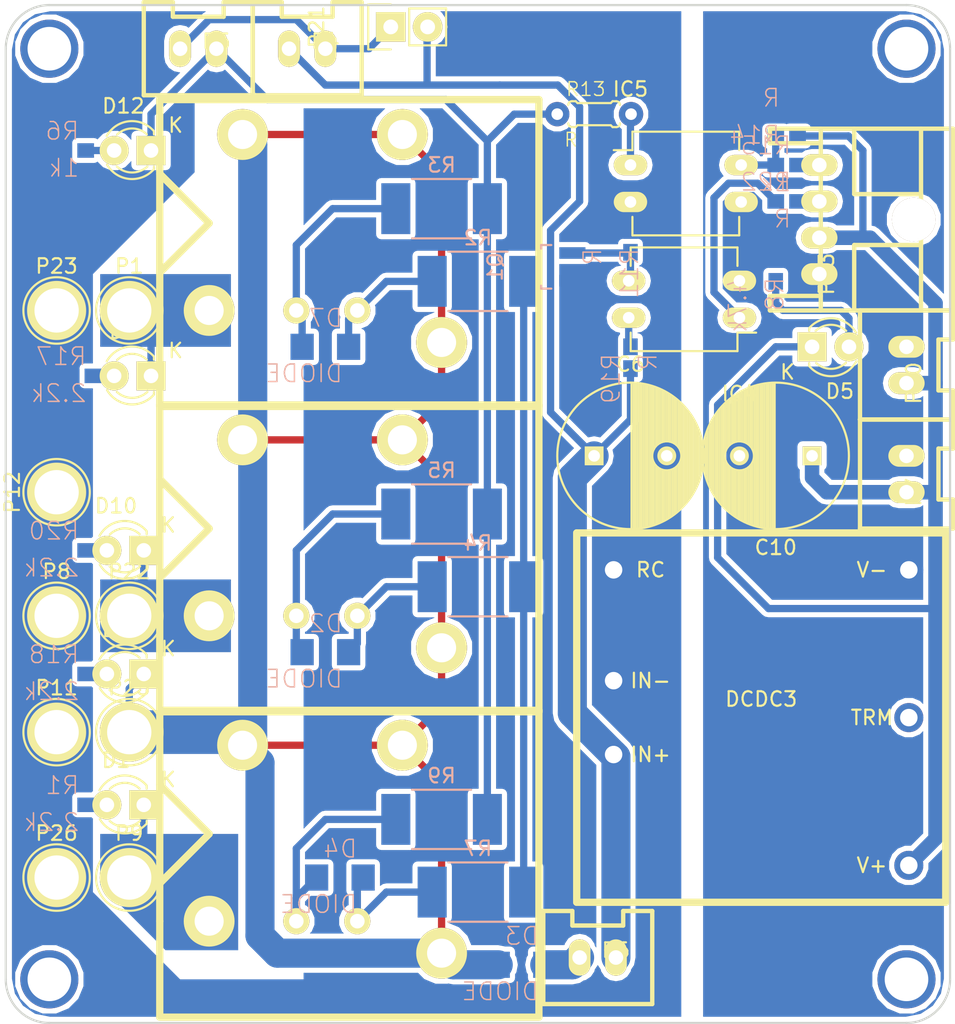
<source format=kicad_pcb>
(kicad_pcb (version 4) (host pcbnew 4.0.6)

  (general
    (links 88)
    (no_connects 0)
    (area -0.075001 -0.075001 70.075001 70.075001)
    (thickness 1.6)
    (drawings 8)
    (tracks 214)
    (zones 0)
    (modules 53)
    (nets 32)
  )

  (page A4)
  (layers
    (0 F.Cu signal)
    (31 B.Cu signal)
    (32 B.Adhes user)
    (33 F.Adhes user)
    (34 B.Paste user)
    (35 F.Paste user)
    (36 B.SilkS user)
    (37 F.SilkS user)
    (38 B.Mask user)
    (39 F.Mask user)
    (40 Dwgs.User user)
    (41 Cmts.User user)
    (42 Eco1.User user)
    (43 Eco2.User user)
    (44 Edge.Cuts user)
    (45 Margin user)
    (46 B.CrtYd user)
    (47 F.CrtYd user)
    (48 B.Fab user)
    (49 F.Fab user)
  )

  (setup
    (last_trace_width 1)
    (user_trace_width 0.5)
    (user_trace_width 1)
    (user_trace_width 2)
    (user_trace_width 3)
    (trace_clearance 0.2)
    (zone_clearance 0.35)
    (zone_45_only no)
    (trace_min 0.2)
    (segment_width 0.2)
    (edge_width 0.15)
    (via_size 0.6)
    (via_drill 0.4)
    (via_min_size 0.4)
    (via_min_drill 0.3)
    (user_via 1.5 0.8)
    (user_via 4 3)
    (uvia_size 0.3)
    (uvia_drill 0.1)
    (uvias_allowed no)
    (uvia_min_size 0.2)
    (uvia_min_drill 0.1)
    (pcb_text_width 0.3)
    (pcb_text_size 1.5 1.5)
    (mod_edge_width 0.15)
    (mod_text_size 1 1)
    (mod_text_width 0.15)
    (pad_size 2 2)
    (pad_drill 1)
    (pad_to_mask_clearance 0.2)
    (aux_axis_origin 0 0)
    (visible_elements 7FFDFFFF)
    (pcbplotparams
      (layerselection 0x01000_80000000)
      (usegerberextensions false)
      (excludeedgelayer true)
      (linewidth 0.100000)
      (plotframeref false)
      (viasonmask false)
      (mode 1)
      (useauxorigin false)
      (hpglpennumber 1)
      (hpglpenspeed 20)
      (hpglpendiameter 15)
      (hpglpenoverlay 2)
      (psnegative false)
      (psa4output false)
      (plotreference true)
      (plotvalue true)
      (plotinvisibletext false)
      (padsonsilk false)
      (subtractmaskfromsilk false)
      (outputformat 1)
      (mirror false)
      (drillshape 0)
      (scaleselection 1)
      (outputdirectory ""))
  )

  (net 0 "")
  (net 1 GNDPWR)
  (net 2 +BATT)
  (net 3 "Net-(D5-Pad2)")
  (net 4 "Net-(D3-Pad1)")
  (net 5 "Net-(D8-Pad1)")
  (net 6 "Net-(D8-Pad2)")
  (net 7 "Net-(D9-Pad2)")
  (net 8 /15V)
  (net 9 "Net-(D10-Pad1)")
  (net 10 "Net-(D10-Pad2)")
  (net 11 "Net-(IC4-Pad1)")
  (net 12 /POWER_EN_HIGH)
  (net 13 /POWER_EN_LOW)
  (net 14 "Net-(IC5-Pad4)")
  (net 15 "Net-(P13-Pad3)")
  (net 16 "Net-(IC5-Pad1)")
  (net 17 "Net-(P21-Pad1)")
  (net 18 GND)
  (net 19 /12V)
  (net 20 "Net-(D12-Pad2)")
  (net 21 "Net-(P13-Pad4)")
  (net 22 "Net-(IC4-Pad4)")
  (net 23 "Net-(IC4-Pad3)")
  (net 24 "Net-(D2-Pad1)")
  (net 25 "Net-(D2-Pad2)")
  (net 26 "Net-(D7-Pad1)")
  (net 27 "Net-(D7-Pad2)")
  (net 28 "Net-(D1-Pad2)")
  (net 29 "Net-(D1-Pad1)")
  (net 30 "Net-(D4-Pad1)")
  (net 31 "Net-(D4-Pad2)")

  (net_class Default "これは標準のネット クラスです。"
    (clearance 0.2)
    (trace_width 0.25)
    (via_dia 0.6)
    (via_drill 0.4)
    (uvia_dia 0.3)
    (uvia_drill 0.1)
    (add_net +BATT)
    (add_net /12V)
    (add_net /15V)
    (add_net /POWER_EN_HIGH)
    (add_net /POWER_EN_LOW)
    (add_net GND)
    (add_net GNDPWR)
    (add_net "Net-(D1-Pad1)")
    (add_net "Net-(D1-Pad2)")
    (add_net "Net-(D10-Pad1)")
    (add_net "Net-(D10-Pad2)")
    (add_net "Net-(D12-Pad2)")
    (add_net "Net-(D2-Pad1)")
    (add_net "Net-(D2-Pad2)")
    (add_net "Net-(D3-Pad1)")
    (add_net "Net-(D4-Pad1)")
    (add_net "Net-(D4-Pad2)")
    (add_net "Net-(D5-Pad2)")
    (add_net "Net-(D7-Pad1)")
    (add_net "Net-(D7-Pad2)")
    (add_net "Net-(D8-Pad1)")
    (add_net "Net-(D8-Pad2)")
    (add_net "Net-(D9-Pad2)")
    (add_net "Net-(IC4-Pad1)")
    (add_net "Net-(IC4-Pad3)")
    (add_net "Net-(IC4-Pad4)")
    (add_net "Net-(IC5-Pad1)")
    (add_net "Net-(IC5-Pad4)")
    (add_net "Net-(P13-Pad3)")
    (add_net "Net-(P13-Pad4)")
    (add_net "Net-(P21-Pad1)")
  )

  (module Relays_ThroughHole:V23076-A3001-D142 (layer F.Cu) (tedit 57049A26) (tstamp 57FCAE45)
    (at 14 42 180)
    (path /57FDEB1C)
    (fp_text reference U1 (at 0 0.5 180) (layer F.SilkS)
      (effects (font (size 1 1) (thickness 0.15)))
    )
    (fp_text value V23076-D3001-D142 (at 0 -0.5 180) (layer F.Fab)
      (effects (font (size 1 1) (thickness 0.15)))
    )
    (fp_line (start 0 6) (end 3.4 9.4) (layer F.SilkS) (width 0.5))
    (fp_line (start 0 6) (end 3.4 2.6) (layer F.SilkS) (width 0.5))
    (fp_line (start -22.7 -6.6) (end -22.7 14.5) (layer F.SilkS) (width 0.5))
    (fp_line (start 3.4 0) (end 3.4 14.5) (layer F.SilkS) (width 0.5))
    (fp_line (start 3.4 14.5) (end -22.7 14.5) (layer F.SilkS) (width 0.5))
    (fp_line (start 3.4 -6.6) (end -22.7 -6.6) (layer F.SilkS) (width 0.5))
    (fp_line (start 3.4 0) (end 3.4 -6.6) (layer F.SilkS) (width 0.5))
    (pad 5 thru_hole circle (at 0 0 180) (size 3.5 3.5) (drill 2) (layers *.Cu *.Mask F.SilkS)
      (net 9 "Net-(D10-Pad1)"))
    (pad 2 thru_hole circle (at -10.2 0 180) (size 1.8 1.8) (drill 1) (layers *.Cu *.Mask F.SilkS)
      (net 24 "Net-(D2-Pad1)"))
    (pad 1 thru_hole circle (at -6 0 180) (size 1.8 1.8) (drill 1) (layers *.Cu *.Mask F.SilkS)
      (net 25 "Net-(D2-Pad2)"))
    (pad 4 thru_hole circle (at -16 -2.2 180) (size 3.5 3.5) (drill 2) (layers *.Cu *.Mask F.SilkS)
      (net 2 +BATT))
    (pad 4 thru_hole circle (at -2.3 12.1 180) (size 3.5 3.5) (drill 2) (layers *.Cu *.Mask F.SilkS)
      (net 2 +BATT))
    (pad 4 thru_hole circle (at -13.3 12.1 180) (size 3.5 3.5) (drill 2) (layers *.Cu *.Mask F.SilkS)
      (net 2 +BATT))
    (model Relays_ThroughHole.3dshapes/V23076-D3001.wrl
      (at (xyz 0.135 0.26 0))
      (scale (xyz 3.95 3.95 3.95))
      (rotate (xyz 0 0 180))
    )
  )

  (module Relays_ThroughHole:V23076-A3001-D142 (layer F.Cu) (tedit 57049A26) (tstamp 57FCB1B3)
    (at 14 21 180)
    (path /57CFAB0E)
    (fp_text reference U3 (at 0 0.5 180) (layer F.SilkS)
      (effects (font (size 1 1) (thickness 0.15)))
    )
    (fp_text value V23076-D3001-D142 (at 0 -0.5 180) (layer F.Fab)
      (effects (font (size 1 1) (thickness 0.15)))
    )
    (fp_line (start 0 6) (end 3.4 9.4) (layer F.SilkS) (width 0.5))
    (fp_line (start 0 6) (end 3.4 2.6) (layer F.SilkS) (width 0.5))
    (fp_line (start -22.7 -6.6) (end -22.7 14.5) (layer F.SilkS) (width 0.5))
    (fp_line (start 3.4 0) (end 3.4 14.5) (layer F.SilkS) (width 0.5))
    (fp_line (start 3.4 14.5) (end -22.7 14.5) (layer F.SilkS) (width 0.5))
    (fp_line (start 3.4 -6.6) (end -22.7 -6.6) (layer F.SilkS) (width 0.5))
    (fp_line (start 3.4 0) (end 3.4 -6.6) (layer F.SilkS) (width 0.5))
    (pad 5 thru_hole circle (at 0 0 180) (size 3.5 3.5) (drill 2) (layers *.Cu *.Mask F.SilkS)
      (net 5 "Net-(D8-Pad1)"))
    (pad 2 thru_hole circle (at -10.2 0 180) (size 1.8 1.8) (drill 1) (layers *.Cu *.Mask F.SilkS)
      (net 26 "Net-(D7-Pad1)"))
    (pad 1 thru_hole circle (at -6 0 180) (size 1.8 1.8) (drill 1) (layers *.Cu *.Mask F.SilkS)
      (net 27 "Net-(D7-Pad2)"))
    (pad 4 thru_hole circle (at -16 -2.2 180) (size 3.5 3.5) (drill 2) (layers *.Cu *.Mask F.SilkS)
      (net 2 +BATT))
    (pad 4 thru_hole circle (at -2.3 12.1 180) (size 3.5 3.5) (drill 2) (layers *.Cu *.Mask F.SilkS)
      (net 2 +BATT))
    (pad 4 thru_hole circle (at -13.3 12.1 180) (size 3.5 3.5) (drill 2) (layers *.Cu *.Mask F.SilkS)
      (net 2 +BATT))
    (model Relays_ThroughHole.3dshapes/V23076-D3001.wrl
      (at (xyz 0.135 0.26 0))
      (scale (xyz 3.95 3.95 3.95))
      (rotate (xyz 0 0 180))
    )
  )

  (module LEDs:LED-3MM (layer F.Cu) (tedit 559B82F6) (tstamp 57FCAFEF)
    (at 55.5 23.5)
    (descr "LED 3mm round vertical")
    (tags "LED  3mm round vertical")
    (path /57CFB6E8)
    (fp_text reference D5 (at 1.91 3.06) (layer F.SilkS)
      (effects (font (size 1 1) (thickness 0.15)))
    )
    (fp_text value LED (at 1.3 -2.9) (layer F.Fab)
      (effects (font (size 1 1) (thickness 0.15)))
    )
    (fp_line (start -1.2 2.3) (end 3.8 2.3) (layer F.CrtYd) (width 0.05))
    (fp_line (start 3.8 2.3) (end 3.8 -2.2) (layer F.CrtYd) (width 0.05))
    (fp_line (start 3.8 -2.2) (end -1.2 -2.2) (layer F.CrtYd) (width 0.05))
    (fp_line (start -1.2 -2.2) (end -1.2 2.3) (layer F.CrtYd) (width 0.05))
    (fp_line (start -0.199 1.314) (end -0.199 1.114) (layer F.SilkS) (width 0.15))
    (fp_line (start -0.199 -1.28) (end -0.199 -1.1) (layer F.SilkS) (width 0.15))
    (fp_arc (start 1.301 0.034) (end -0.199 -1.286) (angle 108.5) (layer F.SilkS) (width 0.15))
    (fp_arc (start 1.301 0.034) (end 0.25 -1.1) (angle 85.7) (layer F.SilkS) (width 0.15))
    (fp_arc (start 1.311 0.034) (end 3.051 0.994) (angle 110) (layer F.SilkS) (width 0.15))
    (fp_arc (start 1.301 0.034) (end 2.335 1.094) (angle 87.5) (layer F.SilkS) (width 0.15))
    (fp_text user K (at -1.69 1.74) (layer F.SilkS)
      (effects (font (size 1 1) (thickness 0.15)))
    )
    (pad 1 thru_hole rect (at 0 0 90) (size 2 2) (drill 1.00076) (layers *.Cu *.Mask F.SilkS)
      (net 19 /12V))
    (pad 2 thru_hole circle (at 2.54 0) (size 2 2) (drill 1.00076) (layers *.Cu *.Mask F.SilkS)
      (net 3 "Net-(D5-Pad2)"))
    (model LEDs.3dshapes/LED-3MM.wrl
      (at (xyz 0.05 0 0))
      (scale (xyz 1 1 1))
      (rotate (xyz 0 0 90))
    )
  )

  (module LEDs:LED-3MM (layer F.Cu) (tedit 559B82F6) (tstamp 57FCB001)
    (at 10 25.5 180)
    (descr "LED 3mm round vertical")
    (tags "LED  3mm round vertical")
    (path /57D91ADF)
    (fp_text reference D8 (at 1.91 3.06 180) (layer F.SilkS)
      (effects (font (size 1 1) (thickness 0.15)))
    )
    (fp_text value LED (at 1.3 -2.9 180) (layer F.Fab)
      (effects (font (size 1 1) (thickness 0.15)))
    )
    (fp_line (start -1.2 2.3) (end 3.8 2.3) (layer F.CrtYd) (width 0.05))
    (fp_line (start 3.8 2.3) (end 3.8 -2.2) (layer F.CrtYd) (width 0.05))
    (fp_line (start 3.8 -2.2) (end -1.2 -2.2) (layer F.CrtYd) (width 0.05))
    (fp_line (start -1.2 -2.2) (end -1.2 2.3) (layer F.CrtYd) (width 0.05))
    (fp_line (start -0.199 1.314) (end -0.199 1.114) (layer F.SilkS) (width 0.15))
    (fp_line (start -0.199 -1.28) (end -0.199 -1.1) (layer F.SilkS) (width 0.15))
    (fp_arc (start 1.301 0.034) (end -0.199 -1.286) (angle 108.5) (layer F.SilkS) (width 0.15))
    (fp_arc (start 1.301 0.034) (end 0.25 -1.1) (angle 85.7) (layer F.SilkS) (width 0.15))
    (fp_arc (start 1.311 0.034) (end 3.051 0.994) (angle 110) (layer F.SilkS) (width 0.15))
    (fp_arc (start 1.301 0.034) (end 2.335 1.094) (angle 87.5) (layer F.SilkS) (width 0.15))
    (fp_text user K (at -1.69 1.74 180) (layer F.SilkS)
      (effects (font (size 1 1) (thickness 0.15)))
    )
    (pad 1 thru_hole rect (at 0 0 270) (size 2 2) (drill 1.00076) (layers *.Cu *.Mask F.SilkS)
      (net 5 "Net-(D8-Pad1)"))
    (pad 2 thru_hole circle (at 2.54 0 180) (size 2 2) (drill 1.00076) (layers *.Cu *.Mask F.SilkS)
      (net 6 "Net-(D8-Pad2)"))
    (model LEDs.3dshapes/LED-3MM.wrl
      (at (xyz 0.05 0 0))
      (scale (xyz 1 1 1))
      (rotate (xyz 0 0 90))
    )
  )

  (module LEDs:LED-3MM (layer F.Cu) (tedit 559B82F6) (tstamp 57FCB007)
    (at 9.5 46 180)
    (descr "LED 3mm round vertical")
    (tags "LED  3mm round vertical")
    (path /57D9739F)
    (fp_text reference D9 (at 1.91 3.06 180) (layer F.SilkS)
      (effects (font (size 1 1) (thickness 0.15)))
    )
    (fp_text value LED (at 1.3 -2.9 180) (layer F.Fab)
      (effects (font (size 1 1) (thickness 0.15)))
    )
    (fp_line (start -1.2 2.3) (end 3.8 2.3) (layer F.CrtYd) (width 0.05))
    (fp_line (start 3.8 2.3) (end 3.8 -2.2) (layer F.CrtYd) (width 0.05))
    (fp_line (start 3.8 -2.2) (end -1.2 -2.2) (layer F.CrtYd) (width 0.05))
    (fp_line (start -1.2 -2.2) (end -1.2 2.3) (layer F.CrtYd) (width 0.05))
    (fp_line (start -0.199 1.314) (end -0.199 1.114) (layer F.SilkS) (width 0.15))
    (fp_line (start -0.199 -1.28) (end -0.199 -1.1) (layer F.SilkS) (width 0.15))
    (fp_arc (start 1.301 0.034) (end -0.199 -1.286) (angle 108.5) (layer F.SilkS) (width 0.15))
    (fp_arc (start 1.301 0.034) (end 0.25 -1.1) (angle 85.7) (layer F.SilkS) (width 0.15))
    (fp_arc (start 1.311 0.034) (end 3.051 0.994) (angle 110) (layer F.SilkS) (width 0.15))
    (fp_arc (start 1.301 0.034) (end 2.335 1.094) (angle 87.5) (layer F.SilkS) (width 0.15))
    (fp_text user K (at -1.69 1.74 180) (layer F.SilkS)
      (effects (font (size 1 1) (thickness 0.15)))
    )
    (pad 1 thru_hole rect (at 0 0 270) (size 2 2) (drill 1.00076) (layers *.Cu *.Mask F.SilkS)
      (net 2 +BATT))
    (pad 2 thru_hole circle (at 2.54 0 180) (size 2 2) (drill 1.00076) (layers *.Cu *.Mask F.SilkS)
      (net 7 "Net-(D9-Pad2)"))
    (model LEDs.3dshapes/LED-3MM.wrl
      (at (xyz 0.05 0 0))
      (scale (xyz 1 1 1))
      (rotate (xyz 0 0 90))
    )
  )

  (module LEDs:LED-3MM (layer F.Cu) (tedit 559B82F6) (tstamp 57FCB00D)
    (at 9.5 37.5 180)
    (descr "LED 3mm round vertical")
    (tags "LED  3mm round vertical")
    (path /57FDEB4E)
    (fp_text reference D10 (at 1.91 3.06 180) (layer F.SilkS)
      (effects (font (size 1 1) (thickness 0.15)))
    )
    (fp_text value LED (at 1.3 -2.9 180) (layer F.Fab)
      (effects (font (size 1 1) (thickness 0.15)))
    )
    (fp_line (start -1.2 2.3) (end 3.8 2.3) (layer F.CrtYd) (width 0.05))
    (fp_line (start 3.8 2.3) (end 3.8 -2.2) (layer F.CrtYd) (width 0.05))
    (fp_line (start 3.8 -2.2) (end -1.2 -2.2) (layer F.CrtYd) (width 0.05))
    (fp_line (start -1.2 -2.2) (end -1.2 2.3) (layer F.CrtYd) (width 0.05))
    (fp_line (start -0.199 1.314) (end -0.199 1.114) (layer F.SilkS) (width 0.15))
    (fp_line (start -0.199 -1.28) (end -0.199 -1.1) (layer F.SilkS) (width 0.15))
    (fp_arc (start 1.301 0.034) (end -0.199 -1.286) (angle 108.5) (layer F.SilkS) (width 0.15))
    (fp_arc (start 1.301 0.034) (end 0.25 -1.1) (angle 85.7) (layer F.SilkS) (width 0.15))
    (fp_arc (start 1.311 0.034) (end 3.051 0.994) (angle 110) (layer F.SilkS) (width 0.15))
    (fp_arc (start 1.301 0.034) (end 2.335 1.094) (angle 87.5) (layer F.SilkS) (width 0.15))
    (fp_text user K (at -1.69 1.74 180) (layer F.SilkS)
      (effects (font (size 1 1) (thickness 0.15)))
    )
    (pad 1 thru_hole rect (at 0 0 270) (size 2 2) (drill 1.00076) (layers *.Cu *.Mask F.SilkS)
      (net 9 "Net-(D10-Pad1)"))
    (pad 2 thru_hole circle (at 2.54 0 180) (size 2 2) (drill 1.00076) (layers *.Cu *.Mask F.SilkS)
      (net 10 "Net-(D10-Pad2)"))
    (model LEDs.3dshapes/LED-3MM.wrl
      (at (xyz 0.05 0 0))
      (scale (xyz 1 1 1))
      (rotate (xyz 0 0 90))
    )
  )

  (module Connect:1pin (layer F.Cu) (tedit 0) (tstamp 57FCB075)
    (at 8.5 21)
    (descr "module 1 pin (ou trou mecanique de percage)")
    (tags DEV)
    (path /57FE580E)
    (fp_text reference P1 (at 0 -3.048) (layer F.SilkS)
      (effects (font (size 1 1) (thickness 0.15)))
    )
    (fp_text value CONN_01X01 (at 0 2.794) (layer F.Fab)
      (effects (font (size 1 1) (thickness 0.15)))
    )
    (fp_circle (center 0 0) (end 0 -2.286) (layer F.SilkS) (width 0.15))
    (pad 1 thru_hole circle (at 0 0) (size 4.064 4.064) (drill 3.048) (layers *.Cu *.Mask F.SilkS)
      (net 5 "Net-(D8-Pad1)"))
  )

  (module Connect:1pin (layer F.Cu) (tedit 0) (tstamp 57FCB0A4)
    (at 3.5 42)
    (descr "module 1 pin (ou trou mecanique de percage)")
    (tags DEV)
    (path /57FE6796)
    (fp_text reference P8 (at 0 -3.048) (layer F.SilkS)
      (effects (font (size 1 1) (thickness 0.15)))
    )
    (fp_text value CONN_01X01 (at 0 2.794) (layer F.Fab)
      (effects (font (size 1 1) (thickness 0.15)))
    )
    (fp_circle (center 0 0) (end 0 -2.286) (layer F.SilkS) (width 0.15))
    (pad 1 thru_hole circle (at 0 0) (size 4.064 4.064) (drill 3.048) (layers *.Cu *.Mask F.SilkS)
      (net 1 GNDPWR))
  )

  (module Pin_Headers:Pin_Header_Straight_1x02 (layer F.Cu) (tedit 54EA090C) (tstamp 57FCB0EE)
    (at 26.5 1.5 90)
    (descr "Through hole pin header")
    (tags "pin header")
    (path /57DBF6F3)
    (fp_text reference P21 (at 0 -5.1 90) (layer F.SilkS)
      (effects (font (size 1 1) (thickness 0.15)))
    )
    (fp_text value CONN_01X02 (at 0 -3.1 90) (layer F.Fab)
      (effects (font (size 1 1) (thickness 0.15)))
    )
    (fp_line (start 1.27 1.27) (end 1.27 3.81) (layer F.SilkS) (width 0.15))
    (fp_line (start 1.55 -1.55) (end 1.55 0) (layer F.SilkS) (width 0.15))
    (fp_line (start -1.75 -1.75) (end -1.75 4.3) (layer F.CrtYd) (width 0.05))
    (fp_line (start 1.75 -1.75) (end 1.75 4.3) (layer F.CrtYd) (width 0.05))
    (fp_line (start -1.75 -1.75) (end 1.75 -1.75) (layer F.CrtYd) (width 0.05))
    (fp_line (start -1.75 4.3) (end 1.75 4.3) (layer F.CrtYd) (width 0.05))
    (fp_line (start 1.27 1.27) (end -1.27 1.27) (layer F.SilkS) (width 0.15))
    (fp_line (start -1.55 0) (end -1.55 -1.55) (layer F.SilkS) (width 0.15))
    (fp_line (start -1.55 -1.55) (end 1.55 -1.55) (layer F.SilkS) (width 0.15))
    (fp_line (start -1.27 1.27) (end -1.27 3.81) (layer F.SilkS) (width 0.15))
    (fp_line (start -1.27 3.81) (end 1.27 3.81) (layer F.SilkS) (width 0.15))
    (pad 1 thru_hole rect (at 0 0 90) (size 2.032 2.032) (drill 1.016) (layers *.Cu *.Mask F.SilkS)
      (net 17 "Net-(P21-Pad1)"))
    (pad 2 thru_hole oval (at 0 2.54 90) (size 2.032 2.032) (drill 1.016) (layers *.Cu *.Mask F.SilkS)
      (net 8 /15V))
    (model Pin_Headers.3dshapes/Pin_Header_Straight_1x02.wrl
      (at (xyz 0 -0.05 0))
      (scale (xyz 1 1 1))
      (rotate (xyz 0 0 90))
    )
  )

  (module Connect:1pin (layer F.Cu) (tedit 0) (tstamp 57FCB0F3)
    (at 8.5 42)
    (descr "module 1 pin (ou trou mecanique de percage)")
    (tags DEV)
    (path /57FE4D21)
    (fp_text reference P22 (at 0 -3.048) (layer F.SilkS)
      (effects (font (size 1 1) (thickness 0.15)))
    )
    (fp_text value CONN_01X01 (at 0 2.794) (layer F.Fab)
      (effects (font (size 1 1) (thickness 0.15)))
    )
    (fp_circle (center 0 0) (end 0 -2.286) (layer F.SilkS) (width 0.15))
    (pad 1 thru_hole circle (at 0 0) (size 4.064 4.064) (drill 3.048) (layers *.Cu *.Mask F.SilkS)
      (net 9 "Net-(D10-Pad1)"))
  )

  (module Connect:1pin (layer F.Cu) (tedit 0) (tstamp 57FCB0F8)
    (at 3.5 21)
    (descr "module 1 pin (ou trou mecanique de percage)")
    (tags DEV)
    (path /57FE4F2C)
    (fp_text reference P23 (at 0 -3.048) (layer F.SilkS)
      (effects (font (size 1 1) (thickness 0.15)))
    )
    (fp_text value CONN_01X01 (at 0 2.794) (layer F.Fab)
      (effects (font (size 1 1) (thickness 0.15)))
    )
    (fp_circle (center 0 0) (end 0 -2.286) (layer F.SilkS) (width 0.15))
    (pad 1 thru_hole circle (at 0 0) (size 4.064 4.064) (drill 3.048) (layers *.Cu *.Mask F.SilkS)
      (net 1 GNDPWR))
  )

  (module Connect:1pin (layer F.Cu) (tedit 0) (tstamp 57FCB102)
    (at 8.5 50)
    (descr "module 1 pin (ou trou mecanique de percage)")
    (tags DEV)
    (path /57FE3DD0)
    (fp_text reference P25 (at 0 -3.048) (layer F.SilkS)
      (effects (font (size 1 1) (thickness 0.15)))
    )
    (fp_text value CONN_01X01 (at 0 2.794) (layer F.Fab)
      (effects (font (size 1 1) (thickness 0.15)))
    )
    (fp_circle (center 0 0) (end 0 -2.286) (layer F.SilkS) (width 0.15))
    (pad 1 thru_hole circle (at 0 0) (size 4.064 4.064) (drill 3.048) (layers *.Cu *.Mask F.SilkS)
      (net 2 +BATT))
  )

  (module Connect:1pin (layer F.Cu) (tedit 0) (tstamp 57FCB107)
    (at 3.5 60)
    (descr "module 1 pin (ou trou mecanique de percage)")
    (tags DEV)
    (path /57FE40CB)
    (fp_text reference P26 (at 0 -3.048) (layer F.SilkS)
      (effects (font (size 1 1) (thickness 0.15)))
    )
    (fp_text value CONN_01X01 (at 0 2.794) (layer F.Fab)
      (effects (font (size 1 1) (thickness 0.15)))
    )
    (fp_circle (center 0 0) (end 0 -2.286) (layer F.SilkS) (width 0.15))
    (pad 1 thru_hole circle (at 0 0) (size 4.064 4.064) (drill 3.048) (layers *.Cu *.Mask F.SilkS)
      (net 1 GNDPWR))
  )

  (module Capacitors_ThroughHole:C_Radial_D10_L20_P5 (layer F.Cu) (tedit 0) (tstamp 58046B14)
    (at 40.5 31)
    (descr "Radial Electrolytic Capacitor Diameter 10mm x Length 20mm, Pitch 5mm")
    (tags "Electrolytic Capacitor")
    (path /57D48AFF)
    (fp_text reference C6 (at 2.5 -6.3) (layer F.SilkS)
      (effects (font (size 1 1) (thickness 0.15)))
    )
    (fp_text value 1000u (at 2.5 6.3) (layer F.Fab)
      (effects (font (size 1 1) (thickness 0.15)))
    )
    (fp_line (start 2.575 -4.999) (end 2.575 4.999) (layer F.SilkS) (width 0.15))
    (fp_line (start 2.715 -4.995) (end 2.715 4.995) (layer F.SilkS) (width 0.15))
    (fp_line (start 2.855 -4.987) (end 2.855 4.987) (layer F.SilkS) (width 0.15))
    (fp_line (start 2.995 -4.975) (end 2.995 4.975) (layer F.SilkS) (width 0.15))
    (fp_line (start 3.135 -4.96) (end 3.135 4.96) (layer F.SilkS) (width 0.15))
    (fp_line (start 3.275 -4.94) (end 3.275 4.94) (layer F.SilkS) (width 0.15))
    (fp_line (start 3.415 -4.916) (end 3.415 4.916) (layer F.SilkS) (width 0.15))
    (fp_line (start 3.555 -4.887) (end 3.555 4.887) (layer F.SilkS) (width 0.15))
    (fp_line (start 3.695 -4.855) (end 3.695 4.855) (layer F.SilkS) (width 0.15))
    (fp_line (start 3.835 -4.818) (end 3.835 4.818) (layer F.SilkS) (width 0.15))
    (fp_line (start 3.975 -4.777) (end 3.975 4.777) (layer F.SilkS) (width 0.15))
    (fp_line (start 4.115 -4.732) (end 4.115 -0.466) (layer F.SilkS) (width 0.15))
    (fp_line (start 4.115 0.466) (end 4.115 4.732) (layer F.SilkS) (width 0.15))
    (fp_line (start 4.255 -4.682) (end 4.255 -0.667) (layer F.SilkS) (width 0.15))
    (fp_line (start 4.255 0.667) (end 4.255 4.682) (layer F.SilkS) (width 0.15))
    (fp_line (start 4.395 -4.627) (end 4.395 -0.796) (layer F.SilkS) (width 0.15))
    (fp_line (start 4.395 0.796) (end 4.395 4.627) (layer F.SilkS) (width 0.15))
    (fp_line (start 4.535 -4.567) (end 4.535 -0.885) (layer F.SilkS) (width 0.15))
    (fp_line (start 4.535 0.885) (end 4.535 4.567) (layer F.SilkS) (width 0.15))
    (fp_line (start 4.675 -4.502) (end 4.675 -0.946) (layer F.SilkS) (width 0.15))
    (fp_line (start 4.675 0.946) (end 4.675 4.502) (layer F.SilkS) (width 0.15))
    (fp_line (start 4.815 -4.432) (end 4.815 -0.983) (layer F.SilkS) (width 0.15))
    (fp_line (start 4.815 0.983) (end 4.815 4.432) (layer F.SilkS) (width 0.15))
    (fp_line (start 4.955 -4.356) (end 4.955 -0.999) (layer F.SilkS) (width 0.15))
    (fp_line (start 4.955 0.999) (end 4.955 4.356) (layer F.SilkS) (width 0.15))
    (fp_line (start 5.095 -4.274) (end 5.095 -0.995) (layer F.SilkS) (width 0.15))
    (fp_line (start 5.095 0.995) (end 5.095 4.274) (layer F.SilkS) (width 0.15))
    (fp_line (start 5.235 -4.186) (end 5.235 -0.972) (layer F.SilkS) (width 0.15))
    (fp_line (start 5.235 0.972) (end 5.235 4.186) (layer F.SilkS) (width 0.15))
    (fp_line (start 5.375 -4.091) (end 5.375 -0.927) (layer F.SilkS) (width 0.15))
    (fp_line (start 5.375 0.927) (end 5.375 4.091) (layer F.SilkS) (width 0.15))
    (fp_line (start 5.515 -3.989) (end 5.515 -0.857) (layer F.SilkS) (width 0.15))
    (fp_line (start 5.515 0.857) (end 5.515 3.989) (layer F.SilkS) (width 0.15))
    (fp_line (start 5.655 -3.879) (end 5.655 -0.756) (layer F.SilkS) (width 0.15))
    (fp_line (start 5.655 0.756) (end 5.655 3.879) (layer F.SilkS) (width 0.15))
    (fp_line (start 5.795 -3.761) (end 5.795 -0.607) (layer F.SilkS) (width 0.15))
    (fp_line (start 5.795 0.607) (end 5.795 3.761) (layer F.SilkS) (width 0.15))
    (fp_line (start 5.935 -3.633) (end 5.935 -0.355) (layer F.SilkS) (width 0.15))
    (fp_line (start 5.935 0.355) (end 5.935 3.633) (layer F.SilkS) (width 0.15))
    (fp_line (start 6.075 -3.496) (end 6.075 3.496) (layer F.SilkS) (width 0.15))
    (fp_line (start 6.215 -3.346) (end 6.215 3.346) (layer F.SilkS) (width 0.15))
    (fp_line (start 6.355 -3.184) (end 6.355 3.184) (layer F.SilkS) (width 0.15))
    (fp_line (start 6.495 -3.007) (end 6.495 3.007) (layer F.SilkS) (width 0.15))
    (fp_line (start 6.635 -2.811) (end 6.635 2.811) (layer F.SilkS) (width 0.15))
    (fp_line (start 6.775 -2.593) (end 6.775 2.593) (layer F.SilkS) (width 0.15))
    (fp_line (start 6.915 -2.347) (end 6.915 2.347) (layer F.SilkS) (width 0.15))
    (fp_line (start 7.055 -2.062) (end 7.055 2.062) (layer F.SilkS) (width 0.15))
    (fp_line (start 7.195 -1.72) (end 7.195 1.72) (layer F.SilkS) (width 0.15))
    (fp_line (start 7.335 -1.274) (end 7.335 1.274) (layer F.SilkS) (width 0.15))
    (fp_line (start 7.475 -0.499) (end 7.475 0.499) (layer F.SilkS) (width 0.15))
    (fp_circle (center 5 0) (end 5 -1) (layer F.SilkS) (width 0.15))
    (fp_circle (center 2.5 0) (end 2.5 -5.0375) (layer F.SilkS) (width 0.15))
    (fp_circle (center 2.5 0) (end 2.5 -5.3) (layer F.CrtYd) (width 0.05))
    (pad 1 thru_hole rect (at 0 0) (size 1.3 1.3) (drill 0.8) (layers *.Cu *.Mask F.SilkS)
      (net 8 /15V))
    (pad 2 thru_hole circle (at 5 0) (size 1.3 1.3) (drill 0.8) (layers *.Cu *.Mask F.SilkS)
      (net 1 GNDPWR))
    (model Capacitors_ThroughHole.3dshapes/C_Radial_D10_L20_P5.wrl
      (at (xyz 0 0 0))
      (scale (xyz 1 1 1))
      (rotate (xyz 0 0 0))
    )
  )

  (module Connect:1pin (layer F.Cu) (tedit 0) (tstamp 5805F828)
    (at 3.5 33.5 90)
    (descr "module 1 pin (ou trou mecanique de percage)")
    (tags DEV)
    (path /58075349)
    (fp_text reference P12 (at 0 -3.048 90) (layer F.SilkS)
      (effects (font (size 1 1) (thickness 0.15)))
    )
    (fp_text value CONN_01X01 (at 0 2.794 90) (layer F.Fab)
      (effects (font (size 1 1) (thickness 0.15)))
    )
    (fp_circle (center 0 0) (end 0 -2.286) (layer F.SilkS) (width 0.15))
    (pad 1 thru_hole circle (at 0 0 90) (size 4.064 4.064) (drill 3.048) (layers *.Cu *.Mask F.SilkS)
      (net 1 GNDPWR))
  )

  (module TO_SOT_Packages_SMD:SOT-23_Handsoldering (layer B.Cu) (tedit 56FA59B0) (tstamp 57FCB11F)
    (at 37.5 18 270)
    (descr "SOT-23, Handsoldering")
    (tags SOT-23)
    (path /57DC060C)
    (attr smd)
    (fp_text reference Q1 (at 0 3.81 270) (layer B.SilkS)
      (effects (font (size 1 1) (thickness 0.15)) (justify mirror))
    )
    (fp_text value MOSFET_N (at 0 -3.81 270) (layer B.Fab)
      (effects (font (size 1 1) (thickness 0.15)) (justify mirror))
    )
    (fp_line (start -1.49982 -0.0508) (end -1.49982 0.65024) (layer B.SilkS) (width 0.15))
    (fp_line (start -1.49982 0.65024) (end -1.2509 0.65024) (layer B.SilkS) (width 0.15))
    (fp_line (start 1.29916 0.65024) (end 1.49982 0.65024) (layer B.SilkS) (width 0.15))
    (fp_line (start 1.49982 0.65024) (end 1.49982 -0.0508) (layer B.SilkS) (width 0.15))
    (pad G smd rect (at -0.95 -1.50114 270) (size 0.8001 1.80086) (layers B.Cu B.Paste B.Mask)
      (net 23 "Net-(IC4-Pad3)"))
    (pad S smd rect (at 0.95 -1.50114 270) (size 0.8001 1.80086) (layers B.Cu B.Paste B.Mask)
      (net 1 GNDPWR))
    (pad D smd rect (at 0 1.50114 270) (size 0.8001 1.80086) (layers B.Cu B.Paste B.Mask)
      (net 13 /POWER_EN_LOW))
    (model TO_SOT_Packages_SMD.3dshapes/SOT-23_Handsoldering.wrl
      (at (xyz 0 0 0))
      (scale (xyz 1 1 1))
      (rotate (xyz 0 0 0))
    )
  )

  (module RP_KiCAD_Libs:C3216 (layer B.Cu) (tedit 0) (tstamp 5826E9EF)
    (at 22 23.5 180)
    (descr <b>CAPACITOR</b>)
    (path /5826FDC3)
    (fp_text reference D7 (at -1.27 1.27 180) (layer B.SilkS)
      (effects (font (size 1.2065 1.2065) (thickness 0.1016)) (justify left bottom mirror))
    )
    (fp_text value DIODE (at -1.27 -2.54 180) (layer B.SilkS)
      (effects (font (size 1.2065 1.2065) (thickness 0.1016)) (justify left bottom mirror))
    )
    (fp_line (start -0.965 0.787) (end 0.965 0.787) (layer Dwgs.User) (width 0.1016))
    (fp_line (start -0.965 -0.787) (end 0.965 -0.787) (layer Dwgs.User) (width 0.1016))
    (fp_poly (pts (xy -1.7018 -0.8509) (xy -0.9517 -0.8509) (xy -0.9517 0.8491) (xy -1.7018 0.8491)) (layer Dwgs.User) (width 0))
    (fp_poly (pts (xy 0.9517 -0.8491) (xy 1.7018 -0.8491) (xy 1.7018 0.8509) (xy 0.9517 0.8509)) (layer Dwgs.User) (width 0))
    (fp_poly (pts (xy -0.3 -0.5001) (xy 0.3 -0.5001) (xy 0.3 0.5001) (xy -0.3 0.5001)) (layer B.Adhes) (width 0))
    (pad 1 smd rect (at -1.6 0 180) (size 1.6 1.8) (layers B.Cu B.Paste B.Mask)
      (net 26 "Net-(D7-Pad1)"))
    (pad 2 smd rect (at 1.6 0 180) (size 1.6 1.8) (layers B.Cu B.Paste B.Mask)
      (net 27 "Net-(D7-Pad2)"))
    (model Resistors_SMD.3dshapes/R_1206.wrl
      (at (xyz 0 0 0))
      (scale (xyz 1 1 1))
      (rotate (xyz 0 0 0))
    )
  )

  (module LEDs:LED-3MM (layer F.Cu) (tedit 559B82F6) (tstamp 58C7BB4A)
    (at 10 10 180)
    (descr "LED 3mm round vertical")
    (tags "LED  3mm round vertical")
    (path /58C95A48)
    (fp_text reference D12 (at 1.91 3.06 180) (layer F.SilkS)
      (effects (font (size 1 1) (thickness 0.15)))
    )
    (fp_text value LED (at 1.3 -2.9 180) (layer F.Fab)
      (effects (font (size 1 1) (thickness 0.15)))
    )
    (fp_line (start -1.2 2.3) (end 3.8 2.3) (layer F.CrtYd) (width 0.05))
    (fp_line (start 3.8 2.3) (end 3.8 -2.2) (layer F.CrtYd) (width 0.05))
    (fp_line (start 3.8 -2.2) (end -1.2 -2.2) (layer F.CrtYd) (width 0.05))
    (fp_line (start -1.2 -2.2) (end -1.2 2.3) (layer F.CrtYd) (width 0.05))
    (fp_line (start -0.199 1.314) (end -0.199 1.114) (layer F.SilkS) (width 0.15))
    (fp_line (start -0.199 -1.28) (end -0.199 -1.1) (layer F.SilkS) (width 0.15))
    (fp_arc (start 1.301 0.034) (end -0.199 -1.286) (angle 108.5) (layer F.SilkS) (width 0.15))
    (fp_arc (start 1.301 0.034) (end 0.25 -1.1) (angle 85.7) (layer F.SilkS) (width 0.15))
    (fp_arc (start 1.311 0.034) (end 3.051 0.994) (angle 110) (layer F.SilkS) (width 0.15))
    (fp_arc (start 1.301 0.034) (end 2.335 1.094) (angle 87.5) (layer F.SilkS) (width 0.15))
    (fp_text user K (at -1.69 1.74 180) (layer F.SilkS)
      (effects (font (size 1 1) (thickness 0.15)))
    )
    (pad 1 thru_hole rect (at 0 0 270) (size 2 2) (drill 1.00076) (layers *.Cu *.Mask F.SilkS)
      (net 12 /POWER_EN_HIGH))
    (pad 2 thru_hole circle (at 2.54 0 180) (size 2 2) (drill 1.00076) (layers *.Cu *.Mask F.SilkS)
      (net 20 "Net-(D12-Pad2)"))
    (model LEDs.3dshapes/LED-3MM.wrl
      (at (xyz 0.05 0 0))
      (scale (xyz 1 1 1))
      (rotate (xyz 0 0 90))
    )
  )

  (module RP_KiCAD_Libs:C1608_NP (layer B.Cu) (tedit 58C9EFDC) (tstamp 58C9F36A)
    (at 4.5 10 180)
    (descr <b>CAPACITOR</b>)
    (path /58C95A4E)
    (fp_text reference R6 (at -0.635 0.635 180) (layer B.SilkS)
      (effects (font (size 1.2065 1.2065) (thickness 0.1016)) (justify left bottom mirror))
    )
    (fp_text value 1k (at -0.635 -1.905 180) (layer B.SilkS)
      (effects (font (size 1.2065 1.2065) (thickness 0.1016)) (justify left bottom mirror))
    )
    (fp_line (start -0.356 0.432) (end 0.356 0.432) (layer Dwgs.User) (width 0.1016))
    (fp_line (start -0.356 -0.419) (end 0.356 -0.419) (layer Dwgs.User) (width 0.1016))
    (fp_poly (pts (xy -0.8382 -0.4699) (xy -0.3381 -0.4699) (xy -0.3381 0.4801) (xy -0.8382 0.4801)) (layer Dwgs.User) (width 0))
    (fp_poly (pts (xy 0.3302 -0.4699) (xy 0.8303 -0.4699) (xy 0.8303 0.4801) (xy 0.3302 0.4801)) (layer Dwgs.User) (width 0))
    (fp_poly (pts (xy -0.1999 -0.3) (xy 0.1999 -0.3) (xy 0.1999 0.3) (xy -0.1999 0.3)) (layer B.Adhes) (width 0))
    (pad 1 smd rect (at -1 0 180) (size 1.15 1) (layers B.Cu B.Paste B.Mask)
      (net 20 "Net-(D12-Pad2)"))
    (pad 2 smd rect (at 0.5 0 180) (size 1.15 1) (layers B.Cu B.Paste B.Mask)
      (net 1 GNDPWR))
    (model Resistors_SMD.3dshapes/R_0603.wrl
      (at (xyz 0 0 0))
      (scale (xyz 1 1 1))
      (rotate (xyz 0 0 0))
    )
  )

  (module RP_KiCAD_Libs:C1608_NP (layer B.Cu) (tedit 58C9EFDC) (tstamp 58C9F36F)
    (at 53 18 90)
    (descr <b>CAPACITOR</b>)
    (path /57CFC051)
    (fp_text reference R8 (at -0.635 0.635 90) (layer B.SilkS)
      (effects (font (size 1.2065 1.2065) (thickness 0.1016)) (justify left bottom mirror))
    )
    (fp_text value 4.7k (at -0.635 -1.905 90) (layer B.SilkS)
      (effects (font (size 1.2065 1.2065) (thickness 0.1016)) (justify left bottom mirror))
    )
    (fp_line (start -0.356 0.432) (end 0.356 0.432) (layer Dwgs.User) (width 0.1016))
    (fp_line (start -0.356 -0.419) (end 0.356 -0.419) (layer Dwgs.User) (width 0.1016))
    (fp_poly (pts (xy -0.8382 -0.4699) (xy -0.3381 -0.4699) (xy -0.3381 0.4801) (xy -0.8382 0.4801)) (layer Dwgs.User) (width 0))
    (fp_poly (pts (xy 0.3302 -0.4699) (xy 0.8303 -0.4699) (xy 0.8303 0.4801) (xy 0.3302 0.4801)) (layer Dwgs.User) (width 0))
    (fp_poly (pts (xy -0.1999 -0.3) (xy 0.1999 -0.3) (xy 0.1999 0.3) (xy -0.1999 0.3)) (layer B.Adhes) (width 0))
    (pad 1 smd rect (at -1 0 90) (size 1.15 1) (layers B.Cu B.Paste B.Mask)
      (net 3 "Net-(D5-Pad2)"))
    (pad 2 smd rect (at 0.5 0 90) (size 1.15 1) (layers B.Cu B.Paste B.Mask)
      (net 18 GND))
    (model Resistors_SMD.3dshapes/R_0603.wrl
      (at (xyz 0 0 0))
      (scale (xyz 1 1 1))
      (rotate (xyz 0 0 0))
    )
  )

  (module RP_KiCAD_Libs:C1608_NP (layer B.Cu) (tedit 58C9EFDC) (tstamp 58C9F37E)
    (at 43 16 90)
    (descr <b>CAPACITOR</b>)
    (path /57DC0A0C)
    (fp_text reference R11 (at -0.635 0.635 90) (layer B.SilkS)
      (effects (font (size 1.2065 1.2065) (thickness 0.1016)) (justify left bottom mirror))
    )
    (fp_text value R (at -0.635 -1.905 90) (layer B.SilkS)
      (effects (font (size 1.2065 1.2065) (thickness 0.1016)) (justify left bottom mirror))
    )
    (fp_line (start -0.356 0.432) (end 0.356 0.432) (layer Dwgs.User) (width 0.1016))
    (fp_line (start -0.356 -0.419) (end 0.356 -0.419) (layer Dwgs.User) (width 0.1016))
    (fp_poly (pts (xy -0.8382 -0.4699) (xy -0.3381 -0.4699) (xy -0.3381 0.4801) (xy -0.8382 0.4801)) (layer Dwgs.User) (width 0))
    (fp_poly (pts (xy 0.3302 -0.4699) (xy 0.8303 -0.4699) (xy 0.8303 0.4801) (xy 0.3302 0.4801)) (layer Dwgs.User) (width 0))
    (fp_poly (pts (xy -0.1999 -0.3) (xy 0.1999 -0.3) (xy 0.1999 0.3) (xy -0.1999 0.3)) (layer B.Adhes) (width 0))
    (pad 1 smd rect (at -1 0 90) (size 1.15 1) (layers B.Cu B.Paste B.Mask)
      (net 23 "Net-(IC4-Pad3)"))
    (pad 2 smd rect (at 0.5 0 90) (size 1.15 1) (layers B.Cu B.Paste B.Mask)
      (net 1 GNDPWR))
    (model Resistors_SMD.3dshapes/R_0603.wrl
      (at (xyz 0 0 0))
      (scale (xyz 1 1 1))
      (rotate (xyz 0 0 0))
    )
  )

  (module RP_KiCAD_Libs:C1608_NP (layer B.Cu) (tedit 58C9EFDC) (tstamp 58C9F383)
    (at 54 9)
    (descr <b>CAPACITOR</b>)
    (path /5825D3DA)
    (fp_text reference R14 (at -0.635 0.635) (layer B.SilkS)
      (effects (font (size 1.2065 1.2065) (thickness 0.1016)) (justify left bottom mirror))
    )
    (fp_text value R (at -0.635 -1.905) (layer B.SilkS)
      (effects (font (size 1.2065 1.2065) (thickness 0.1016)) (justify left bottom mirror))
    )
    (fp_line (start -0.356 0.432) (end 0.356 0.432) (layer Dwgs.User) (width 0.1016))
    (fp_line (start -0.356 -0.419) (end 0.356 -0.419) (layer Dwgs.User) (width 0.1016))
    (fp_poly (pts (xy -0.8382 -0.4699) (xy -0.3381 -0.4699) (xy -0.3381 0.4801) (xy -0.8382 0.4801)) (layer Dwgs.User) (width 0))
    (fp_poly (pts (xy 0.3302 -0.4699) (xy 0.8303 -0.4699) (xy 0.8303 0.4801) (xy 0.3302 0.4801)) (layer Dwgs.User) (width 0))
    (fp_poly (pts (xy -0.1999 -0.3) (xy 0.1999 -0.3) (xy 0.1999 0.3) (xy -0.1999 0.3)) (layer B.Adhes) (width 0))
    (pad 1 smd rect (at -1 0) (size 1.15 1) (layers B.Cu B.Paste B.Mask)
      (net 14 "Net-(IC5-Pad4)"))
    (pad 2 smd rect (at 0.5 0) (size 1.15 1) (layers B.Cu B.Paste B.Mask)
      (net 19 /12V))
    (model Resistors_SMD.3dshapes/R_0603.wrl
      (at (xyz 0 0 0))
      (scale (xyz 1 1 1))
      (rotate (xyz 0 0 0))
    )
  )

  (module RP_KiCAD_Libs:C1608_NP (layer B.Cu) (tedit 58C9EFDC) (tstamp 58C9F388)
    (at 53.5 11 180)
    (descr <b>CAPACITOR</b>)
    (path /58CA39E1)
    (fp_text reference R15 (at -0.635 0.635 180) (layer B.SilkS)
      (effects (font (size 1.2065 1.2065) (thickness 0.1016)) (justify left bottom mirror))
    )
    (fp_text value 1k (at -0.635 -1.905 180) (layer B.SilkS)
      (effects (font (size 1.2065 1.2065) (thickness 0.1016)) (justify left bottom mirror))
    )
    (fp_line (start -0.356 0.432) (end 0.356 0.432) (layer Dwgs.User) (width 0.1016))
    (fp_line (start -0.356 -0.419) (end 0.356 -0.419) (layer Dwgs.User) (width 0.1016))
    (fp_poly (pts (xy -0.8382 -0.4699) (xy -0.3381 -0.4699) (xy -0.3381 0.4801) (xy -0.8382 0.4801)) (layer Dwgs.User) (width 0))
    (fp_poly (pts (xy 0.3302 -0.4699) (xy 0.8303 -0.4699) (xy 0.8303 0.4801) (xy 0.3302 0.4801)) (layer Dwgs.User) (width 0))
    (fp_poly (pts (xy -0.1999 -0.3) (xy 0.1999 -0.3) (xy 0.1999 0.3) (xy -0.1999 0.3)) (layer B.Adhes) (width 0))
    (pad 1 smd rect (at -1 0 180) (size 1.15 1) (layers B.Cu B.Paste B.Mask)
      (net 21 "Net-(P13-Pad4)"))
    (pad 2 smd rect (at 0.5 0 180) (size 1.15 1) (layers B.Cu B.Paste B.Mask)
      (net 14 "Net-(IC5-Pad4)"))
    (model Resistors_SMD.3dshapes/R_0603.wrl
      (at (xyz 0 0 0))
      (scale (xyz 1 1 1))
      (rotate (xyz 0 0 0))
    )
  )

  (module RP_KiCAD_Libs:C1608_NP (layer B.Cu) (tedit 58C9EFDC) (tstamp 58C9F38D)
    (at 5 25.5 180)
    (descr <b>CAPACITOR</b>)
    (path /57D91AE5)
    (fp_text reference R17 (at -0.635 0.635 180) (layer B.SilkS)
      (effects (font (size 1.2065 1.2065) (thickness 0.1016)) (justify left bottom mirror))
    )
    (fp_text value 2.2k (at -0.635 -1.905 180) (layer B.SilkS)
      (effects (font (size 1.2065 1.2065) (thickness 0.1016)) (justify left bottom mirror))
    )
    (fp_line (start -0.356 0.432) (end 0.356 0.432) (layer Dwgs.User) (width 0.1016))
    (fp_line (start -0.356 -0.419) (end 0.356 -0.419) (layer Dwgs.User) (width 0.1016))
    (fp_poly (pts (xy -0.8382 -0.4699) (xy -0.3381 -0.4699) (xy -0.3381 0.4801) (xy -0.8382 0.4801)) (layer Dwgs.User) (width 0))
    (fp_poly (pts (xy 0.3302 -0.4699) (xy 0.8303 -0.4699) (xy 0.8303 0.4801) (xy 0.3302 0.4801)) (layer Dwgs.User) (width 0))
    (fp_poly (pts (xy -0.1999 -0.3) (xy 0.1999 -0.3) (xy 0.1999 0.3) (xy -0.1999 0.3)) (layer B.Adhes) (width 0))
    (pad 1 smd rect (at -1 0 180) (size 1.15 1) (layers B.Cu B.Paste B.Mask)
      (net 6 "Net-(D8-Pad2)"))
    (pad 2 smd rect (at 0.5 0 180) (size 1.15 1) (layers B.Cu B.Paste B.Mask)
      (net 1 GNDPWR))
    (model Resistors_SMD.3dshapes/R_0603.wrl
      (at (xyz 0 0 0))
      (scale (xyz 1 1 1))
      (rotate (xyz 0 0 0))
    )
  )

  (module RP_KiCAD_Libs:C1608_NP (layer B.Cu) (tedit 58C9EFDC) (tstamp 58C9F392)
    (at 4.5 46 180)
    (descr <b>CAPACITOR</b>)
    (path /57D973A5)
    (fp_text reference R18 (at -0.635 0.635 180) (layer B.SilkS)
      (effects (font (size 1.2065 1.2065) (thickness 0.1016)) (justify left bottom mirror))
    )
    (fp_text value 2.2k (at -0.635 -1.905 180) (layer B.SilkS)
      (effects (font (size 1.2065 1.2065) (thickness 0.1016)) (justify left bottom mirror))
    )
    (fp_line (start -0.356 0.432) (end 0.356 0.432) (layer Dwgs.User) (width 0.1016))
    (fp_line (start -0.356 -0.419) (end 0.356 -0.419) (layer Dwgs.User) (width 0.1016))
    (fp_poly (pts (xy -0.8382 -0.4699) (xy -0.3381 -0.4699) (xy -0.3381 0.4801) (xy -0.8382 0.4801)) (layer Dwgs.User) (width 0))
    (fp_poly (pts (xy 0.3302 -0.4699) (xy 0.8303 -0.4699) (xy 0.8303 0.4801) (xy 0.3302 0.4801)) (layer Dwgs.User) (width 0))
    (fp_poly (pts (xy -0.1999 -0.3) (xy 0.1999 -0.3) (xy 0.1999 0.3) (xy -0.1999 0.3)) (layer B.Adhes) (width 0))
    (pad 1 smd rect (at -1 0 180) (size 1.15 1) (layers B.Cu B.Paste B.Mask)
      (net 7 "Net-(D9-Pad2)"))
    (pad 2 smd rect (at 0.5 0 180) (size 1.15 1) (layers B.Cu B.Paste B.Mask)
      (net 1 GNDPWR))
    (model Resistors_SMD.3dshapes/R_0603.wrl
      (at (xyz 0 0 0))
      (scale (xyz 1 1 1))
      (rotate (xyz 0 0 0))
    )
  )

  (module RP_KiCAD_Libs:C1608_NP (layer B.Cu) (tedit 58C9EFDC) (tstamp 58C9F397)
    (at 4.5 37.5 180)
    (descr <b>CAPACITOR</b>)
    (path /57FDEB54)
    (fp_text reference R20 (at -0.635 0.635 180) (layer B.SilkS)
      (effects (font (size 1.2065 1.2065) (thickness 0.1016)) (justify left bottom mirror))
    )
    (fp_text value 2.2k (at -0.635 -1.905 180) (layer B.SilkS)
      (effects (font (size 1.2065 1.2065) (thickness 0.1016)) (justify left bottom mirror))
    )
    (fp_line (start -0.356 0.432) (end 0.356 0.432) (layer Dwgs.User) (width 0.1016))
    (fp_line (start -0.356 -0.419) (end 0.356 -0.419) (layer Dwgs.User) (width 0.1016))
    (fp_poly (pts (xy -0.8382 -0.4699) (xy -0.3381 -0.4699) (xy -0.3381 0.4801) (xy -0.8382 0.4801)) (layer Dwgs.User) (width 0))
    (fp_poly (pts (xy 0.3302 -0.4699) (xy 0.8303 -0.4699) (xy 0.8303 0.4801) (xy 0.3302 0.4801)) (layer Dwgs.User) (width 0))
    (fp_poly (pts (xy -0.1999 -0.3) (xy 0.1999 -0.3) (xy 0.1999 0.3) (xy -0.1999 0.3)) (layer B.Adhes) (width 0))
    (pad 1 smd rect (at -1 0 180) (size 1.15 1) (layers B.Cu B.Paste B.Mask)
      (net 10 "Net-(D10-Pad2)"))
    (pad 2 smd rect (at 0.5 0 180) (size 1.15 1) (layers B.Cu B.Paste B.Mask)
      (net 1 GNDPWR))
    (model Resistors_SMD.3dshapes/R_0603.wrl
      (at (xyz 0 0 0))
      (scale (xyz 1 1 1))
      (rotate (xyz 0 0 0))
    )
  )

  (module RP_KiCAD_Libs:C1608_NP (layer B.Cu) (tedit 58C9EFDC) (tstamp 58C9F3A1)
    (at 53.5 13.5 180)
    (descr <b>CAPACITOR</b>)
    (path /57FD8342)
    (fp_text reference R22 (at -0.635 0.635 180) (layer B.SilkS)
      (effects (font (size 1.2065 1.2065) (thickness 0.1016)) (justify left bottom mirror))
    )
    (fp_text value R (at -0.635 -1.905 180) (layer B.SilkS)
      (effects (font (size 1.2065 1.2065) (thickness 0.1016)) (justify left bottom mirror))
    )
    (fp_line (start -0.356 0.432) (end 0.356 0.432) (layer Dwgs.User) (width 0.1016))
    (fp_line (start -0.356 -0.419) (end 0.356 -0.419) (layer Dwgs.User) (width 0.1016))
    (fp_poly (pts (xy -0.8382 -0.4699) (xy -0.3381 -0.4699) (xy -0.3381 0.4801) (xy -0.8382 0.4801)) (layer Dwgs.User) (width 0))
    (fp_poly (pts (xy 0.3302 -0.4699) (xy 0.8303 -0.4699) (xy 0.8303 0.4801) (xy 0.3302 0.4801)) (layer Dwgs.User) (width 0))
    (fp_poly (pts (xy -0.1999 -0.3) (xy 0.1999 -0.3) (xy 0.1999 0.3) (xy -0.1999 0.3)) (layer B.Adhes) (width 0))
    (pad 1 smd rect (at -1 0 180) (size 1.15 1) (layers B.Cu B.Paste B.Mask)
      (net 15 "Net-(P13-Pad3)"))
    (pad 2 smd rect (at 0.5 0 180) (size 1.15 1) (layers B.Cu B.Paste B.Mask)
      (net 11 "Net-(IC4-Pad1)"))
    (model Resistors_SMD.3dshapes/R_0603.wrl
      (at (xyz 0 0 0))
      (scale (xyz 1 1 1))
      (rotate (xyz 0 0 0))
    )
  )

  (module RP_KiCAD_Libs:C3216 (layer B.Cu) (tedit 0) (tstamp 5902ED83)
    (at 35.5 66 180)
    (descr <b>CAPACITOR</b>)
    (path /57D480C4)
    (fp_text reference D3 (at -1.27 1.27 180) (layer B.SilkS)
      (effects (font (size 1.2065 1.2065) (thickness 0.1016)) (justify left bottom mirror))
    )
    (fp_text value DIODE (at -1.27 -2.54 180) (layer B.SilkS)
      (effects (font (size 1.2065 1.2065) (thickness 0.1016)) (justify left bottom mirror))
    )
    (fp_line (start -0.965 0.787) (end 0.965 0.787) (layer Dwgs.User) (width 0.1016))
    (fp_line (start -0.965 -0.787) (end 0.965 -0.787) (layer Dwgs.User) (width 0.1016))
    (fp_poly (pts (xy -1.7018 -0.8509) (xy -0.9517 -0.8509) (xy -0.9517 0.8491) (xy -1.7018 0.8491)) (layer Dwgs.User) (width 0))
    (fp_poly (pts (xy 0.9517 -0.8491) (xy 1.7018 -0.8491) (xy 1.7018 0.8509) (xy 0.9517 0.8509)) (layer Dwgs.User) (width 0))
    (fp_poly (pts (xy -0.3 -0.5001) (xy 0.3 -0.5001) (xy 0.3 0.5001) (xy -0.3 0.5001)) (layer B.Adhes) (width 0))
    (pad 1 smd rect (at -1.6 0 180) (size 1.6 1.8) (layers B.Cu B.Paste B.Mask)
      (net 4 "Net-(D3-Pad1)"))
    (pad 2 smd rect (at 1.6 0 180) (size 1.6 1.8) (layers B.Cu B.Paste B.Mask)
      (net 2 +BATT))
    (model Resistors_SMD.3dshapes/R_1206.wrl
      (at (xyz 0 0 0))
      (scale (xyz 1 1 1))
      (rotate (xyz 0 0 0))
    )
  )

  (module RP_KiCAD_Connector:XA_2T (layer F.Cu) (tedit 5907D1EC) (tstamp 59086C95)
    (at 22 3 180)
    (path /57CFF4A3)
    (fp_text reference P4 (at 0 0.5 180) (layer F.SilkS)
      (effects (font (size 1 1) (thickness 0.15)))
    )
    (fp_text value CONN_01X02 (at 0 -0.5 180) (layer F.Fab)
      (effects (font (size 1 1) (thickness 0.15)))
    )
    (fp_line (start -2.5 3.2) (end -0.5 3.2) (layer F.SilkS) (width 0.3))
    (fp_line (start -0.5 3.2) (end -0.5 2.2) (layer F.SilkS) (width 0.3))
    (fp_line (start -0.5 2.2) (end 3 2.2) (layer F.SilkS) (width 0.3))
    (fp_line (start 3 2.2) (end 3 3.2) (layer F.SilkS) (width 0.3))
    (fp_line (start 3 3.2) (end 5 3.2) (layer F.SilkS) (width 0.3))
    (fp_line (start -2.5 -3.2) (end -2.5 3.2) (layer F.SilkS) (width 0.3))
    (fp_line (start 5 3.2) (end 5 -3.2) (layer F.SilkS) (width 0.3))
    (fp_line (start 5 -3.2) (end -2.5 -3.2) (layer F.SilkS) (width 0.3))
    (pad 2 thru_hole oval (at 0 0 180) (size 1.5 2.5) (drill 1) (layers *.Cu *.Mask F.SilkS)
      (net 17 "Net-(P21-Pad1)"))
    (pad 1 thru_hole oval (at 2.5 0 180) (size 1.5 2.5) (drill 1) (layers *.Cu *.Mask F.SilkS)
      (net 8 /15V))
    (model conn_XA/XA_2T.wrl
      (at (xyz 0.05 0 0))
      (scale (xyz 4 4 4))
      (rotate (xyz -90 0 0))
    )
  )

  (module RP_KiCAD_Connector:XA_2T (layer F.Cu) (tedit 5907D1EC) (tstamp 59086C9A)
    (at 14.5 3 180)
    (path /57CFF430)
    (fp_text reference P5 (at 0 0.5 180) (layer F.SilkS)
      (effects (font (size 1 1) (thickness 0.15)))
    )
    (fp_text value CONN_01X02 (at 0 -0.5 180) (layer F.Fab)
      (effects (font (size 1 1) (thickness 0.15)))
    )
    (fp_line (start -2.5 3.2) (end -0.5 3.2) (layer F.SilkS) (width 0.3))
    (fp_line (start -0.5 3.2) (end -0.5 2.2) (layer F.SilkS) (width 0.3))
    (fp_line (start -0.5 2.2) (end 3 2.2) (layer F.SilkS) (width 0.3))
    (fp_line (start 3 2.2) (end 3 3.2) (layer F.SilkS) (width 0.3))
    (fp_line (start 3 3.2) (end 5 3.2) (layer F.SilkS) (width 0.3))
    (fp_line (start -2.5 -3.2) (end -2.5 3.2) (layer F.SilkS) (width 0.3))
    (fp_line (start 5 3.2) (end 5 -3.2) (layer F.SilkS) (width 0.3))
    (fp_line (start 5 -3.2) (end -2.5 -3.2) (layer F.SilkS) (width 0.3))
    (pad 2 thru_hole oval (at 0 0 180) (size 1.5 2.5) (drill 1) (layers *.Cu *.Mask F.SilkS)
      (net 12 /POWER_EN_HIGH))
    (pad 1 thru_hole oval (at 2.5 0 180) (size 1.5 2.5) (drill 1) (layers *.Cu *.Mask F.SilkS)
      (net 17 "Net-(P21-Pad1)"))
    (model conn_XA/XA_2T.wrl
      (at (xyz 0.05 0 0))
      (scale (xyz 4 4 4))
      (rotate (xyz -90 0 0))
    )
  )

  (module RP_KiCAD_Connector:XA_2T (layer F.Cu) (tedit 5907D1EC) (tstamp 5902E8EC)
    (at 42 65.5 180)
    (path /5902EDBA)
    (fp_text reference P6 (at 0 0.5 180) (layer F.SilkS)
      (effects (font (size 1 1) (thickness 0.15)))
    )
    (fp_text value CONN_01X02 (at 0 -0.5 180) (layer F.Fab)
      (effects (font (size 1 1) (thickness 0.15)))
    )
    (fp_line (start -2.5 3.2) (end -0.5 3.2) (layer F.SilkS) (width 0.3))
    (fp_line (start -0.5 3.2) (end -0.5 2.2) (layer F.SilkS) (width 0.3))
    (fp_line (start -0.5 2.2) (end 3 2.2) (layer F.SilkS) (width 0.3))
    (fp_line (start 3 2.2) (end 3 3.2) (layer F.SilkS) (width 0.3))
    (fp_line (start 3 3.2) (end 5 3.2) (layer F.SilkS) (width 0.3))
    (fp_line (start -2.5 -3.2) (end -2.5 3.2) (layer F.SilkS) (width 0.3))
    (fp_line (start 5 3.2) (end 5 -3.2) (layer F.SilkS) (width 0.3))
    (fp_line (start 5 -3.2) (end -2.5 -3.2) (layer F.SilkS) (width 0.3))
    (pad 2 thru_hole oval (at 0 0 180) (size 1.5 2.5) (drill 1) (layers *.Cu *.Mask F.SilkS)
      (net 8 /15V))
    (pad 1 thru_hole oval (at 2.5 0 180) (size 1.5 2.5) (drill 1) (layers *.Cu *.Mask F.SilkS)
      (net 4 "Net-(D3-Pad1)"))
    (model conn_XA/XA_2T.wrl
      (at (xyz 0.05 0 0))
      (scale (xyz 4 4 4))
      (rotate (xyz -90 0 0))
    )
  )

  (module Resistors_SMD:R_2812 (layer B.Cu) (tedit 5906B95C) (tstamp 5909273E)
    (at 32.5 19 180)
    (descr "Resistor SMD 2812, reflow soldering, Vishay (see WSL-VISHAY.PDF)")
    (tags "resistor 2812")
    (path /5909579D)
    (attr smd)
    (fp_text reference R2 (at 0 3 180) (layer B.SilkS)
      (effects (font (size 1 1) (thickness 0.15)) (justify mirror))
    )
    (fp_text value R (at 0 -3 180) (layer B.Fab)
      (effects (font (size 1 1) (thickness 0.15)) (justify mirror))
    )
    (fp_line (start -4.572 2.794) (end 4.572 2.794) (layer B.CrtYd) (width 0.05))
    (fp_line (start 4.572 2.794) (end 4.572 -2.794) (layer B.CrtYd) (width 0.05))
    (fp_line (start 4.572 -2.794) (end -4.572 -2.794) (layer B.CrtYd) (width 0.05))
    (fp_line (start -4.572 -2.794) (end -4.572 2.794) (layer B.CrtYd) (width 0.05))
    (fp_line (start -2.032 -2.04) (end 2.032 -2.04) (layer B.SilkS) (width 0.15))
    (fp_line (start -2.032 2.04) (end 2.032 2.04) (layer B.SilkS) (width 0.15))
    (pad 1 smd rect (at -3.15 0 180) (size 2 3.5) (layers B.Cu B.Paste B.Mask)
      (net 13 /POWER_EN_LOW))
    (pad 2 smd rect (at 3.15 0 180) (size 2 3.5) (layers B.Cu B.Paste B.Mask)
      (net 26 "Net-(D7-Pad1)"))
  )

  (module Resistors_SMD:R_2812 (layer B.Cu) (tedit 5906B95C) (tstamp 59092744)
    (at 30 14 180)
    (descr "Resistor SMD 2812, reflow soldering, Vishay (see WSL-VISHAY.PDF)")
    (tags "resistor 2812")
    (path /59095FA6)
    (attr smd)
    (fp_text reference R3 (at 0 3 180) (layer B.SilkS)
      (effects (font (size 1 1) (thickness 0.15)) (justify mirror))
    )
    (fp_text value R (at 0 -3 180) (layer B.Fab)
      (effects (font (size 1 1) (thickness 0.15)) (justify mirror))
    )
    (fp_line (start -4.572 2.794) (end 4.572 2.794) (layer B.CrtYd) (width 0.05))
    (fp_line (start 4.572 2.794) (end 4.572 -2.794) (layer B.CrtYd) (width 0.05))
    (fp_line (start 4.572 -2.794) (end -4.572 -2.794) (layer B.CrtYd) (width 0.05))
    (fp_line (start -4.572 -2.794) (end -4.572 2.794) (layer B.CrtYd) (width 0.05))
    (fp_line (start -2.032 -2.04) (end 2.032 -2.04) (layer B.SilkS) (width 0.15))
    (fp_line (start -2.032 2.04) (end 2.032 2.04) (layer B.SilkS) (width 0.15))
    (pad 1 smd rect (at -3.15 0 180) (size 2 3.5) (layers B.Cu B.Paste B.Mask)
      (net 12 /POWER_EN_HIGH))
    (pad 2 smd rect (at 3.15 0 180) (size 2 3.5) (layers B.Cu B.Paste B.Mask)
      (net 27 "Net-(D7-Pad2)"))
  )

  (module Resistors_SMD:R_2812 (layer B.Cu) (tedit 5906B95C) (tstamp 5909274A)
    (at 32.5 40 180)
    (descr "Resistor SMD 2812, reflow soldering, Vishay (see WSL-VISHAY.PDF)")
    (tags "resistor 2812")
    (path /59096067)
    (attr smd)
    (fp_text reference R4 (at 0 3 180) (layer B.SilkS)
      (effects (font (size 1 1) (thickness 0.15)) (justify mirror))
    )
    (fp_text value R (at 0 -3 180) (layer B.Fab)
      (effects (font (size 1 1) (thickness 0.15)) (justify mirror))
    )
    (fp_line (start -4.572 2.794) (end 4.572 2.794) (layer B.CrtYd) (width 0.05))
    (fp_line (start 4.572 2.794) (end 4.572 -2.794) (layer B.CrtYd) (width 0.05))
    (fp_line (start 4.572 -2.794) (end -4.572 -2.794) (layer B.CrtYd) (width 0.05))
    (fp_line (start -4.572 -2.794) (end -4.572 2.794) (layer B.CrtYd) (width 0.05))
    (fp_line (start -2.032 -2.04) (end 2.032 -2.04) (layer B.SilkS) (width 0.15))
    (fp_line (start -2.032 2.04) (end 2.032 2.04) (layer B.SilkS) (width 0.15))
    (pad 1 smd rect (at -3.15 0 180) (size 2 3.5) (layers B.Cu B.Paste B.Mask)
      (net 13 /POWER_EN_LOW))
    (pad 2 smd rect (at 3.15 0 180) (size 2 3.5) (layers B.Cu B.Paste B.Mask)
      (net 24 "Net-(D2-Pad1)"))
  )

  (module Resistors_SMD:R_2812 (layer B.Cu) (tedit 5906B95C) (tstamp 59092750)
    (at 30 35 180)
    (descr "Resistor SMD 2812, reflow soldering, Vishay (see WSL-VISHAY.PDF)")
    (tags "resistor 2812")
    (path /590967EB)
    (attr smd)
    (fp_text reference R5 (at 0 3 180) (layer B.SilkS)
      (effects (font (size 1 1) (thickness 0.15)) (justify mirror))
    )
    (fp_text value R (at 0 -3 180) (layer B.Fab)
      (effects (font (size 1 1) (thickness 0.15)) (justify mirror))
    )
    (fp_line (start -4.572 2.794) (end 4.572 2.794) (layer B.CrtYd) (width 0.05))
    (fp_line (start 4.572 2.794) (end 4.572 -2.794) (layer B.CrtYd) (width 0.05))
    (fp_line (start 4.572 -2.794) (end -4.572 -2.794) (layer B.CrtYd) (width 0.05))
    (fp_line (start -4.572 -2.794) (end -4.572 2.794) (layer B.CrtYd) (width 0.05))
    (fp_line (start -2.032 -2.04) (end 2.032 -2.04) (layer B.SilkS) (width 0.15))
    (fp_line (start -2.032 2.04) (end 2.032 2.04) (layer B.SilkS) (width 0.15))
    (pad 1 smd rect (at -3.15 0 180) (size 2 3.5) (layers B.Cu B.Paste B.Mask)
      (net 12 /POWER_EN_HIGH))
    (pad 2 smd rect (at 3.15 0 180) (size 2 3.5) (layers B.Cu B.Paste B.Mask)
      (net 25 "Net-(D2-Pad2)"))
  )

  (module RP_KiCAD_Libs:C3216 (layer B.Cu) (tedit 0) (tstamp 5909293A)
    (at 22 44.5 180)
    (descr <b>CAPACITOR</b>)
    (path /5909AD84)
    (fp_text reference D2 (at -1.27 1.27 180) (layer B.SilkS)
      (effects (font (size 1.2065 1.2065) (thickness 0.1016)) (justify left bottom mirror))
    )
    (fp_text value DIODE (at -1.27 -2.54 180) (layer B.SilkS)
      (effects (font (size 1.2065 1.2065) (thickness 0.1016)) (justify left bottom mirror))
    )
    (fp_line (start -0.965 0.787) (end 0.965 0.787) (layer Dwgs.User) (width 0.1016))
    (fp_line (start -0.965 -0.787) (end 0.965 -0.787) (layer Dwgs.User) (width 0.1016))
    (fp_poly (pts (xy -1.7018 -0.8509) (xy -0.9517 -0.8509) (xy -0.9517 0.8491) (xy -1.7018 0.8491)) (layer Dwgs.User) (width 0))
    (fp_poly (pts (xy 0.9517 -0.8491) (xy 1.7018 -0.8491) (xy 1.7018 0.8509) (xy 0.9517 0.8509)) (layer Dwgs.User) (width 0))
    (fp_poly (pts (xy -0.3 -0.5001) (xy 0.3 -0.5001) (xy 0.3 0.5001) (xy -0.3 0.5001)) (layer B.Adhes) (width 0))
    (pad 1 smd rect (at -1.6 0 180) (size 1.6 1.8) (layers B.Cu B.Paste B.Mask)
      (net 24 "Net-(D2-Pad1)"))
    (pad 2 smd rect (at 1.6 0 180) (size 1.6 1.8) (layers B.Cu B.Paste B.Mask)
      (net 25 "Net-(D2-Pad2)"))
    (model Resistors_SMD.3dshapes/R_1206.wrl
      (at (xyz 0 0 0))
      (scale (xyz 1 1 1))
      (rotate (xyz 0 0 0))
    )
  )

  (module RP_KiCAD_Libs:C1608_NP (layer B.Cu) (tedit 58C9EFDC) (tstamp 59093503)
    (at 43 24.5 270)
    (descr <b>CAPACITOR</b>)
    (path /57DC0B9F)
    (fp_text reference R19 (at -0.635 0.635 270) (layer B.SilkS)
      (effects (font (size 1.2065 1.2065) (thickness 0.1016)) (justify left bottom mirror))
    )
    (fp_text value R (at -0.635 -1.905 270) (layer B.SilkS)
      (effects (font (size 1.2065 1.2065) (thickness 0.1016)) (justify left bottom mirror))
    )
    (fp_line (start -0.356 0.432) (end 0.356 0.432) (layer Dwgs.User) (width 0.1016))
    (fp_line (start -0.356 -0.419) (end 0.356 -0.419) (layer Dwgs.User) (width 0.1016))
    (fp_poly (pts (xy -0.8382 -0.4699) (xy -0.3381 -0.4699) (xy -0.3381 0.4801) (xy -0.8382 0.4801)) (layer Dwgs.User) (width 0))
    (fp_poly (pts (xy 0.3302 -0.4699) (xy 0.8303 -0.4699) (xy 0.8303 0.4801) (xy 0.3302 0.4801)) (layer Dwgs.User) (width 0))
    (fp_poly (pts (xy -0.1999 -0.3) (xy 0.1999 -0.3) (xy 0.1999 0.3) (xy -0.1999 0.3)) (layer B.Adhes) (width 0))
    (pad 1 smd rect (at -1 0 270) (size 1.15 1) (layers B.Cu B.Paste B.Mask)
      (net 22 "Net-(IC4-Pad4)"))
    (pad 2 smd rect (at 0.5 0 270) (size 1.15 1) (layers B.Cu B.Paste B.Mask)
      (net 8 /15V))
    (model Resistors_SMD.3dshapes/R_0603.wrl
      (at (xyz 0 0 0))
      (scale (xyz 1 1 1))
      (rotate (xyz 0 0 0))
    )
  )

  (module RP_KiCAD_Connector:XA_2T (layer F.Cu) (tedit 5907D1EC) (tstamp 59093DC3)
    (at 62 33.5 90)
    (path /5909E67F)
    (fp_text reference P7 (at 0 0.5 90) (layer F.SilkS)
      (effects (font (size 1 1) (thickness 0.15)))
    )
    (fp_text value CONN_01X02 (at 0 -0.5 90) (layer F.Fab)
      (effects (font (size 1 1) (thickness 0.15)))
    )
    (fp_line (start -2.5 3.2) (end -0.5 3.2) (layer F.SilkS) (width 0.3))
    (fp_line (start -0.5 3.2) (end -0.5 2.2) (layer F.SilkS) (width 0.3))
    (fp_line (start -0.5 2.2) (end 3 2.2) (layer F.SilkS) (width 0.3))
    (fp_line (start 3 2.2) (end 3 3.2) (layer F.SilkS) (width 0.3))
    (fp_line (start 3 3.2) (end 5 3.2) (layer F.SilkS) (width 0.3))
    (fp_line (start -2.5 -3.2) (end -2.5 3.2) (layer F.SilkS) (width 0.3))
    (fp_line (start 5 3.2) (end 5 -3.2) (layer F.SilkS) (width 0.3))
    (fp_line (start 5 -3.2) (end -2.5 -3.2) (layer F.SilkS) (width 0.3))
    (pad 2 thru_hole oval (at 0 0 90) (size 1.5 2.5) (drill 1) (layers *.Cu *.Mask F.SilkS)
      (net 19 /12V))
    (pad 1 thru_hole oval (at 2.5 0 90) (size 1.5 2.5) (drill 1) (layers *.Cu *.Mask F.SilkS)
      (net 18 GND))
    (model conn_XA/XA_2T.wrl
      (at (xyz 0.05 0 0))
      (scale (xyz 4 4 4))
      (rotate (xyz -90 0 0))
    )
  )

  (module RP_KiCAD_Connector:XA_2T (layer F.Cu) (tedit 5907D1EC) (tstamp 58047648)
    (at 62 26 90)
    (path /57D5FC5F)
    (fp_text reference P10 (at 0 0.5 90) (layer F.SilkS)
      (effects (font (size 1 1) (thickness 0.15)))
    )
    (fp_text value CONN_01X02 (at 0 -0.5 90) (layer F.Fab)
      (effects (font (size 1 1) (thickness 0.15)))
    )
    (fp_line (start -2.5 3.2) (end -0.5 3.2) (layer F.SilkS) (width 0.3))
    (fp_line (start -0.5 3.2) (end -0.5 2.2) (layer F.SilkS) (width 0.3))
    (fp_line (start -0.5 2.2) (end 3 2.2) (layer F.SilkS) (width 0.3))
    (fp_line (start 3 2.2) (end 3 3.2) (layer F.SilkS) (width 0.3))
    (fp_line (start 3 3.2) (end 5 3.2) (layer F.SilkS) (width 0.3))
    (fp_line (start -2.5 -3.2) (end -2.5 3.2) (layer F.SilkS) (width 0.3))
    (fp_line (start 5 3.2) (end 5 -3.2) (layer F.SilkS) (width 0.3))
    (fp_line (start 5 -3.2) (end -2.5 -3.2) (layer F.SilkS) (width 0.3))
    (pad 2 thru_hole oval (at 0 0 90) (size 1.5 2.5) (drill 1) (layers *.Cu *.Mask F.SilkS)
      (net 19 /12V))
    (pad 1 thru_hole oval (at 2.5 0 90) (size 1.5 2.5) (drill 1) (layers *.Cu *.Mask F.SilkS)
      (net 18 GND))
    (model conn_XA/XA_2T.wrl
      (at (xyz 0.05 0 0))
      (scale (xyz 4 4 4))
      (rotate (xyz -90 0 0))
    )
  )

  (module RP_KiCAD_Connector:XA_4LC (layer F.Cu) (tedit 585B7649) (tstamp 5806053F)
    (at 56 18.5 90)
    (path /5807D231)
    (fp_text reference P13 (at 0 0.5 90) (layer F.SilkS)
      (effects (font (size 1 1) (thickness 0.15)))
    )
    (fp_text value CONN_01X04 (at 3.5 8 90) (layer F.Fab)
      (effects (font (size 1 1) (thickness 0.15)))
    )
    (fp_line (start 10 9.2) (end -2.5 9.2) (layer F.SilkS) (width 0.3))
    (fp_line (start 10 -3.4) (end 10 9.2) (layer F.SilkS) (width 0.3))
    (fp_line (start 9 0.1) (end 9 -3.4) (layer F.SilkS) (width 0.3))
    (fp_line (start 9 -3.4) (end 10 -3.4) (layer F.SilkS) (width 0.3))
    (fp_line (start -2.5 0.1) (end 10 0.1) (layer F.SilkS) (width 0.3))
    (fp_line (start 5.5 2.4) (end 5.5 7) (layer F.SilkS) (width 0.3))
    (fp_line (start 5.5 2.4) (end 10 2.4) (layer F.SilkS) (width 0.3))
    (fp_line (start 2 7) (end 2 2.4) (layer F.SilkS) (width 0.3))
    (fp_line (start 2 2.4) (end -2.5 2.4) (layer F.SilkS) (width 0.3))
    (fp_line (start -2.5 7) (end 10 7) (layer F.SilkS) (width 0.3))
    (fp_line (start -2.5 -3.4) (end -2.5 9.2) (layer F.SilkS) (width 0.3))
    (fp_line (start -2.5 -3.4) (end -1.5 -3.4) (layer F.SilkS) (width 0.3))
    (fp_line (start -1.5 -3.4) (end -1.5 0.1) (layer F.SilkS) (width 0.3))
    (pad 1 thru_hole oval (at 0 0 90) (size 1.5 2.5) (drill 1) (layers *.Cu *.Mask F.SilkS)
      (net 18 GND))
    (pad 2 thru_hole oval (at 2.5 0 90) (size 1.5 2.5) (drill 1) (layers *.Cu *.Mask F.SilkS)
      (net 19 /12V))
    (pad 3 thru_hole oval (at 5 0 90) (size 1.5 2.5) (drill 1) (layers *.Cu *.Mask F.SilkS)
      (net 15 "Net-(P13-Pad3)"))
    (pad 4 thru_hole oval (at 7.5 0 90) (size 1.5 2.5) (drill 1) (layers *.Cu *.Mask F.SilkS)
      (net 21 "Net-(P13-Pad4)"))
    (pad "" thru_hole circle (at 3.75 6.5 90) (size 3 3) (drill 3) (layers *.Cu *.Mask F.SilkS)
      (clearance -0.3))
    (model conn_XA/XA_4S.wrl
      (at (xyz 0.15 -0.2 0))
      (scale (xyz 4 4 4))
      (rotate (xyz 0 0 180))
    )
  )

  (module Capacitors_ThroughHole:C_Radial_D10_L20_P5 (layer F.Cu) (tedit 0) (tstamp 59094067)
    (at 55.5 31 180)
    (descr "Radial Electrolytic Capacitor Diameter 10mm x Length 20mm, Pitch 5mm")
    (tags "Electrolytic Capacitor")
    (path /57D438CB)
    (fp_text reference C10 (at 2.5 -6.3 180) (layer F.SilkS)
      (effects (font (size 1 1) (thickness 0.15)))
    )
    (fp_text value 1000u (at 2.5 6.3 180) (layer F.Fab)
      (effects (font (size 1 1) (thickness 0.15)))
    )
    (fp_line (start 2.575 -4.999) (end 2.575 4.999) (layer F.SilkS) (width 0.15))
    (fp_line (start 2.715 -4.995) (end 2.715 4.995) (layer F.SilkS) (width 0.15))
    (fp_line (start 2.855 -4.987) (end 2.855 4.987) (layer F.SilkS) (width 0.15))
    (fp_line (start 2.995 -4.975) (end 2.995 4.975) (layer F.SilkS) (width 0.15))
    (fp_line (start 3.135 -4.96) (end 3.135 4.96) (layer F.SilkS) (width 0.15))
    (fp_line (start 3.275 -4.94) (end 3.275 4.94) (layer F.SilkS) (width 0.15))
    (fp_line (start 3.415 -4.916) (end 3.415 4.916) (layer F.SilkS) (width 0.15))
    (fp_line (start 3.555 -4.887) (end 3.555 4.887) (layer F.SilkS) (width 0.15))
    (fp_line (start 3.695 -4.855) (end 3.695 4.855) (layer F.SilkS) (width 0.15))
    (fp_line (start 3.835 -4.818) (end 3.835 4.818) (layer F.SilkS) (width 0.15))
    (fp_line (start 3.975 -4.777) (end 3.975 4.777) (layer F.SilkS) (width 0.15))
    (fp_line (start 4.115 -4.732) (end 4.115 -0.466) (layer F.SilkS) (width 0.15))
    (fp_line (start 4.115 0.466) (end 4.115 4.732) (layer F.SilkS) (width 0.15))
    (fp_line (start 4.255 -4.682) (end 4.255 -0.667) (layer F.SilkS) (width 0.15))
    (fp_line (start 4.255 0.667) (end 4.255 4.682) (layer F.SilkS) (width 0.15))
    (fp_line (start 4.395 -4.627) (end 4.395 -0.796) (layer F.SilkS) (width 0.15))
    (fp_line (start 4.395 0.796) (end 4.395 4.627) (layer F.SilkS) (width 0.15))
    (fp_line (start 4.535 -4.567) (end 4.535 -0.885) (layer F.SilkS) (width 0.15))
    (fp_line (start 4.535 0.885) (end 4.535 4.567) (layer F.SilkS) (width 0.15))
    (fp_line (start 4.675 -4.502) (end 4.675 -0.946) (layer F.SilkS) (width 0.15))
    (fp_line (start 4.675 0.946) (end 4.675 4.502) (layer F.SilkS) (width 0.15))
    (fp_line (start 4.815 -4.432) (end 4.815 -0.983) (layer F.SilkS) (width 0.15))
    (fp_line (start 4.815 0.983) (end 4.815 4.432) (layer F.SilkS) (width 0.15))
    (fp_line (start 4.955 -4.356) (end 4.955 -0.999) (layer F.SilkS) (width 0.15))
    (fp_line (start 4.955 0.999) (end 4.955 4.356) (layer F.SilkS) (width 0.15))
    (fp_line (start 5.095 -4.274) (end 5.095 -0.995) (layer F.SilkS) (width 0.15))
    (fp_line (start 5.095 0.995) (end 5.095 4.274) (layer F.SilkS) (width 0.15))
    (fp_line (start 5.235 -4.186) (end 5.235 -0.972) (layer F.SilkS) (width 0.15))
    (fp_line (start 5.235 0.972) (end 5.235 4.186) (layer F.SilkS) (width 0.15))
    (fp_line (start 5.375 -4.091) (end 5.375 -0.927) (layer F.SilkS) (width 0.15))
    (fp_line (start 5.375 0.927) (end 5.375 4.091) (layer F.SilkS) (width 0.15))
    (fp_line (start 5.515 -3.989) (end 5.515 -0.857) (layer F.SilkS) (width 0.15))
    (fp_line (start 5.515 0.857) (end 5.515 3.989) (layer F.SilkS) (width 0.15))
    (fp_line (start 5.655 -3.879) (end 5.655 -0.756) (layer F.SilkS) (width 0.15))
    (fp_line (start 5.655 0.756) (end 5.655 3.879) (layer F.SilkS) (width 0.15))
    (fp_line (start 5.795 -3.761) (end 5.795 -0.607) (layer F.SilkS) (width 0.15))
    (fp_line (start 5.795 0.607) (end 5.795 3.761) (layer F.SilkS) (width 0.15))
    (fp_line (start 5.935 -3.633) (end 5.935 -0.355) (layer F.SilkS) (width 0.15))
    (fp_line (start 5.935 0.355) (end 5.935 3.633) (layer F.SilkS) (width 0.15))
    (fp_line (start 6.075 -3.496) (end 6.075 3.496) (layer F.SilkS) (width 0.15))
    (fp_line (start 6.215 -3.346) (end 6.215 3.346) (layer F.SilkS) (width 0.15))
    (fp_line (start 6.355 -3.184) (end 6.355 3.184) (layer F.SilkS) (width 0.15))
    (fp_line (start 6.495 -3.007) (end 6.495 3.007) (layer F.SilkS) (width 0.15))
    (fp_line (start 6.635 -2.811) (end 6.635 2.811) (layer F.SilkS) (width 0.15))
    (fp_line (start 6.775 -2.593) (end 6.775 2.593) (layer F.SilkS) (width 0.15))
    (fp_line (start 6.915 -2.347) (end 6.915 2.347) (layer F.SilkS) (width 0.15))
    (fp_line (start 7.055 -2.062) (end 7.055 2.062) (layer F.SilkS) (width 0.15))
    (fp_line (start 7.195 -1.72) (end 7.195 1.72) (layer F.SilkS) (width 0.15))
    (fp_line (start 7.335 -1.274) (end 7.335 1.274) (layer F.SilkS) (width 0.15))
    (fp_line (start 7.475 -0.499) (end 7.475 0.499) (layer F.SilkS) (width 0.15))
    (fp_circle (center 5 0) (end 5 -1) (layer F.SilkS) (width 0.15))
    (fp_circle (center 2.5 0) (end 2.5 -5.0375) (layer F.SilkS) (width 0.15))
    (fp_circle (center 2.5 0) (end 2.5 -5.3) (layer F.CrtYd) (width 0.05))
    (pad 1 thru_hole rect (at 0 0 180) (size 1.3 1.3) (drill 0.8) (layers *.Cu *.Mask F.SilkS)
      (net 19 /12V))
    (pad 2 thru_hole circle (at 5 0 180) (size 1.3 1.3) (drill 0.8) (layers *.Cu *.Mask F.SilkS)
      (net 18 GND))
    (model Capacitors_ThroughHole.3dshapes/C_Radial_D10_L20_P5.wrl
      (at (xyz 0 0 0))
      (scale (xyz 1 1 1))
      (rotate (xyz 0 0 0))
    )
  )

  (module LEDs:LED-3MM (layer F.Cu) (tedit 559B82F6) (tstamp 590D305E)
    (at 9.5 55 180)
    (descr "LED 3mm round vertical")
    (tags "LED  3mm round vertical")
    (path /591D8E76)
    (fp_text reference D1 (at 1.91 3.06 180) (layer F.SilkS)
      (effects (font (size 1 1) (thickness 0.15)))
    )
    (fp_text value LED (at 1.3 -2.9 180) (layer F.Fab)
      (effects (font (size 1 1) (thickness 0.15)))
    )
    (fp_line (start -1.2 2.3) (end 3.8 2.3) (layer F.CrtYd) (width 0.05))
    (fp_line (start 3.8 2.3) (end 3.8 -2.2) (layer F.CrtYd) (width 0.05))
    (fp_line (start 3.8 -2.2) (end -1.2 -2.2) (layer F.CrtYd) (width 0.05))
    (fp_line (start -1.2 -2.2) (end -1.2 2.3) (layer F.CrtYd) (width 0.05))
    (fp_line (start -0.199 1.314) (end -0.199 1.114) (layer F.SilkS) (width 0.15))
    (fp_line (start -0.199 -1.28) (end -0.199 -1.1) (layer F.SilkS) (width 0.15))
    (fp_arc (start 1.301 0.034) (end -0.199 -1.286) (angle 108.5) (layer F.SilkS) (width 0.15))
    (fp_arc (start 1.301 0.034) (end 0.25 -1.1) (angle 85.7) (layer F.SilkS) (width 0.15))
    (fp_arc (start 1.311 0.034) (end 3.051 0.994) (angle 110) (layer F.SilkS) (width 0.15))
    (fp_arc (start 1.301 0.034) (end 2.335 1.094) (angle 87.5) (layer F.SilkS) (width 0.15))
    (fp_text user K (at -1.69 1.74 180) (layer F.SilkS)
      (effects (font (size 1 1) (thickness 0.15)))
    )
    (pad 1 thru_hole rect (at 0 0 270) (size 2 2) (drill 1.00076) (layers *.Cu *.Mask F.SilkS)
      (net 29 "Net-(D1-Pad1)"))
    (pad 2 thru_hole circle (at 2.54 0 180) (size 2 2) (drill 1.00076) (layers *.Cu *.Mask F.SilkS)
      (net 28 "Net-(D1-Pad2)"))
    (model LEDs.3dshapes/LED-3MM.wrl
      (at (xyz 0.05 0 0))
      (scale (xyz 1 1 1))
      (rotate (xyz 0 0 90))
    )
  )

  (module RP_KiCAD_Libs:C1608_NP (layer B.Cu) (tedit 58C9EFDC) (tstamp 590D3069)
    (at 4.5 55 180)
    (descr <b>CAPACITOR</b>)
    (path /591D8E7C)
    (fp_text reference R1 (at -0.635 0.635 180) (layer B.SilkS)
      (effects (font (size 1.2065 1.2065) (thickness 0.1016)) (justify left bottom mirror))
    )
    (fp_text value 2.2k (at -0.635 -1.905 180) (layer B.SilkS)
      (effects (font (size 1.2065 1.2065) (thickness 0.1016)) (justify left bottom mirror))
    )
    (fp_line (start -0.356 0.432) (end 0.356 0.432) (layer Dwgs.User) (width 0.1016))
    (fp_line (start -0.356 -0.419) (end 0.356 -0.419) (layer Dwgs.User) (width 0.1016))
    (fp_poly (pts (xy -0.8382 -0.4699) (xy -0.3381 -0.4699) (xy -0.3381 0.4801) (xy -0.8382 0.4801)) (layer Dwgs.User) (width 0))
    (fp_poly (pts (xy 0.3302 -0.4699) (xy 0.8303 -0.4699) (xy 0.8303 0.4801) (xy 0.3302 0.4801)) (layer Dwgs.User) (width 0))
    (fp_poly (pts (xy -0.1999 -0.3) (xy 0.1999 -0.3) (xy 0.1999 0.3) (xy -0.1999 0.3)) (layer B.Adhes) (width 0))
    (pad 1 smd rect (at -1 0 180) (size 1.15 1) (layers B.Cu B.Paste B.Mask)
      (net 28 "Net-(D1-Pad2)"))
    (pad 2 smd rect (at 0.5 0 180) (size 1.15 1) (layers B.Cu B.Paste B.Mask)
      (net 1 GNDPWR))
    (model Resistors_SMD.3dshapes/R_0603.wrl
      (at (xyz 0 0 0))
      (scale (xyz 1 1 1))
      (rotate (xyz 0 0 0))
    )
  )

  (module Converters_DCDC_ACDC:MGS15 (layer F.Cu) (tedit 59103D31) (tstamp 57FCB030)
    (at 52 49 180)
    (path /57D3CDC6)
    (fp_text reference DCDC3 (at 0 1.27 180) (layer F.SilkS)
      (effects (font (size 1 1) (thickness 0.15)))
    )
    (fp_text value MGS15 (at 0 -1.27 180) (layer F.Fab)
      (effects (font (size 1 1) (thickness 0.15)))
    )
    (fp_text user RC (at 7.62 10.16 180) (layer F.SilkS)
      (effects (font (size 1 1) (thickness 0.15)))
    )
    (fp_text user IN- (at 7.62 2.54 180) (layer F.SilkS)
      (effects (font (size 1 1) (thickness 0.15)))
    )
    (fp_text user IN+ (at 7.62 -2.54 180) (layer F.SilkS)
      (effects (font (size 1 1) (thickness 0.15)))
    )
    (fp_text user V- (at -7.62 10.16 180) (layer F.SilkS)
      (effects (font (size 1 1) (thickness 0.15)))
    )
    (fp_text user TRM (at -7.62 0 180) (layer F.SilkS)
      (effects (font (size 1 1) (thickness 0.15)))
    )
    (fp_text user V+ (at -7.62 -10.16 180) (layer F.SilkS)
      (effects (font (size 1 1) (thickness 0.15)))
    )
    (fp_line (start -12.7 -12.7) (end -12.7 12.7) (layer F.SilkS) (width 0.5))
    (fp_line (start -12.7 12.7) (end 12.7 12.7) (layer F.SilkS) (width 0.5))
    (fp_line (start 12.7 12.7) (end 12.7 -12.7) (layer F.SilkS) (width 0.5))
    (fp_line (start 12.7 -12.7) (end -12.7 -12.7) (layer F.SilkS) (width 0.5))
    (pad 6 thru_hole circle (at 10.16 -2.54 180) (size 2 2) (drill 1.2) (layers *.Cu *.Mask)
      (net 8 /15V))
    (pad 5 thru_hole circle (at 10.16 2.54 180) (size 2 2) (drill 1.2) (layers *.Cu *.Mask)
      (net 1 GNDPWR))
    (pad 4 thru_hole circle (at 10.16 10.16 180) (size 2 2) (drill 1.2) (layers *.Cu *.Mask)
      (net 1 GNDPWR))
    (pad 3 thru_hole circle (at -10.16 10.16 180) (size 2 2) (drill 1.2) (layers *.Cu *.Mask)
      (net 18 GND))
    (pad 2 thru_hole circle (at -10.16 0 180) (size 2 2) (drill 1.2) (layers *.Cu *.Mask))
    (pad 1 thru_hole circle (at -10.16 -10.16 180) (size 2 2) (drill 1.2) (layers *.Cu *.Mask)
      (net 19 /12V))
    (model user/MGS15.wrl
      (at (xyz 0 0 0))
      (scale (xyz 4 4 4))
      (rotate (xyz 90 180 0))
    )
  )

  (module Housings_DIP:DIP-4_W7.62mm_LongPads_Slim (layer F.Cu) (tedit 59147E18) (tstamp 59147ECB)
    (at 50.5 21.5 180)
    (descr "4-lead dip package, row spacing 7.62 mm (300 mils), longer pads")
    (tags "dil dip 2.54 300")
    (path /57FD4457)
    (fp_text reference IC4 (at 0 -5.22 180) (layer F.SilkS)
      (effects (font (size 1 1) (thickness 0.15)))
    )
    (fp_text value PC817 (at 0 -3.72 180) (layer F.Fab)
      (effects (font (size 1 1) (thickness 0.15)))
    )
    (fp_line (start -1.4 -2.45) (end -1.4 5) (layer F.CrtYd) (width 0.05))
    (fp_line (start 9 -2.45) (end 9 5) (layer F.CrtYd) (width 0.05))
    (fp_line (start -1.4 -2.45) (end 9 -2.45) (layer F.CrtYd) (width 0.05))
    (fp_line (start -1.4 5) (end 9 5) (layer F.CrtYd) (width 0.05))
    (fp_line (start 0.135 -2.295) (end 0.135 -1.025) (layer F.SilkS) (width 0.15))
    (fp_line (start 7.485 -2.295) (end 7.485 -1.025) (layer F.SilkS) (width 0.15))
    (fp_line (start 7.485 4.835) (end 7.485 3.565) (layer F.SilkS) (width 0.15))
    (fp_line (start 0.135 4.835) (end 0.135 3.565) (layer F.SilkS) (width 0.15))
    (fp_line (start 0.135 -2.295) (end 7.485 -2.295) (layer F.SilkS) (width 0.15))
    (fp_line (start 0.135 4.835) (end 7.485 4.835) (layer F.SilkS) (width 0.15))
    (fp_line (start 0.135 -1.025) (end -1.15 -1.025) (layer F.SilkS) (width 0.15))
    (pad 1 thru_hole oval (at 0 0 180) (size 2.3 1.4) (drill 0.8) (layers *.Cu *.Mask F.SilkS)
      (net 11 "Net-(IC4-Pad1)"))
    (pad 2 thru_hole oval (at 0 2.54 180) (size 2.3 1.4) (drill 0.8) (layers *.Cu *.Mask F.SilkS)
      (net 18 GND))
    (pad 3 thru_hole oval (at 7.62 2.54 180) (size 2.3 1.4) (drill 0.8) (layers *.Cu *.Mask F.SilkS)
      (net 23 "Net-(IC4-Pad3)"))
    (pad 4 thru_hole oval (at 7.62 0 180) (size 2.3 1.4) (drill 0.8) (layers *.Cu *.Mask F.SilkS)
      (net 22 "Net-(IC4-Pad4)"))
    (model Housings_DIP.3dshapes/DIP-4_W7.62mm_LongPads.wrl
      (at (xyz 0 0 0))
      (scale (xyz 1 1 1))
      (rotate (xyz 0 0 0))
    )
  )

  (module Housings_DIP:DIP-4_W7.62mm_LongPads_Slim (layer F.Cu) (tedit 59147E18) (tstamp 59147ED2)
    (at 43 11)
    (descr "4-lead dip package, row spacing 7.62 mm (300 mils), longer pads")
    (tags "dil dip 2.54 300")
    (path /58078414)
    (fp_text reference IC5 (at 0 -5.22) (layer F.SilkS)
      (effects (font (size 1 1) (thickness 0.15)))
    )
    (fp_text value PC817 (at 0 -3.72) (layer F.Fab)
      (effects (font (size 1 1) (thickness 0.15)))
    )
    (fp_line (start -1.4 -2.45) (end -1.4 5) (layer F.CrtYd) (width 0.05))
    (fp_line (start 9 -2.45) (end 9 5) (layer F.CrtYd) (width 0.05))
    (fp_line (start -1.4 -2.45) (end 9 -2.45) (layer F.CrtYd) (width 0.05))
    (fp_line (start -1.4 5) (end 9 5) (layer F.CrtYd) (width 0.05))
    (fp_line (start 0.135 -2.295) (end 0.135 -1.025) (layer F.SilkS) (width 0.15))
    (fp_line (start 7.485 -2.295) (end 7.485 -1.025) (layer F.SilkS) (width 0.15))
    (fp_line (start 7.485 4.835) (end 7.485 3.565) (layer F.SilkS) (width 0.15))
    (fp_line (start 0.135 4.835) (end 0.135 3.565) (layer F.SilkS) (width 0.15))
    (fp_line (start 0.135 -2.295) (end 7.485 -2.295) (layer F.SilkS) (width 0.15))
    (fp_line (start 0.135 4.835) (end 7.485 4.835) (layer F.SilkS) (width 0.15))
    (fp_line (start 0.135 -1.025) (end -1.15 -1.025) (layer F.SilkS) (width 0.15))
    (pad 1 thru_hole oval (at 0 0) (size 2.3 1.4) (drill 0.8) (layers *.Cu *.Mask F.SilkS)
      (net 16 "Net-(IC5-Pad1)"))
    (pad 2 thru_hole oval (at 0 2.54) (size 2.3 1.4) (drill 0.8) (layers *.Cu *.Mask F.SilkS)
      (net 1 GNDPWR))
    (pad 3 thru_hole oval (at 7.62 2.54) (size 2.3 1.4) (drill 0.8) (layers *.Cu *.Mask F.SilkS)
      (net 18 GND))
    (pad 4 thru_hole oval (at 7.62 0) (size 2.3 1.4) (drill 0.8) (layers *.Cu *.Mask F.SilkS)
      (net 14 "Net-(IC5-Pad4)"))
    (model Housings_DIP.3dshapes/DIP-4_W7.62mm_LongPads.wrl
      (at (xyz 0 0 0))
      (scale (xyz 1 1 1))
      (rotate (xyz 0 0 0))
    )
  )

  (module RP_KiCAD_Libs:C3216 (layer B.Cu) (tedit 0) (tstamp 591D81AC)
    (at 23 60 180)
    (descr <b>CAPACITOR</b>)
    (path /591D8E9F)
    (fp_text reference D4 (at -1.27 1.27 180) (layer B.SilkS)
      (effects (font (size 1.2065 1.2065) (thickness 0.1016)) (justify left bottom mirror))
    )
    (fp_text value DIODE (at -1.27 -2.54 180) (layer B.SilkS)
      (effects (font (size 1.2065 1.2065) (thickness 0.1016)) (justify left bottom mirror))
    )
    (fp_line (start -0.965 0.787) (end 0.965 0.787) (layer Dwgs.User) (width 0.1016))
    (fp_line (start -0.965 -0.787) (end 0.965 -0.787) (layer Dwgs.User) (width 0.1016))
    (fp_poly (pts (xy -1.7018 -0.8509) (xy -0.9517 -0.8509) (xy -0.9517 0.8491) (xy -1.7018 0.8491)) (layer Dwgs.User) (width 0))
    (fp_poly (pts (xy 0.9517 -0.8491) (xy 1.7018 -0.8491) (xy 1.7018 0.8509) (xy 0.9517 0.8509)) (layer Dwgs.User) (width 0))
    (fp_poly (pts (xy -0.3 -0.5001) (xy 0.3 -0.5001) (xy 0.3 0.5001) (xy -0.3 0.5001)) (layer B.Adhes) (width 0))
    (pad 1 smd rect (at -1.6 0 180) (size 1.6 1.8) (layers B.Cu B.Paste B.Mask)
      (net 30 "Net-(D4-Pad1)"))
    (pad 2 smd rect (at 1.6 0 180) (size 1.6 1.8) (layers B.Cu B.Paste B.Mask)
      (net 31 "Net-(D4-Pad2)"))
    (model Resistors_SMD.3dshapes/R_1206.wrl
      (at (xyz 0 0 0))
      (scale (xyz 1 1 1))
      (rotate (xyz 0 0 0))
    )
  )

  (module Connect:1pin (layer F.Cu) (tedit 0) (tstamp 591D81B2)
    (at 8.5 60)
    (descr "module 1 pin (ou trou mecanique de percage)")
    (tags DEV)
    (path /591D8E8A)
    (fp_text reference P9 (at 0 -3.048) (layer F.SilkS)
      (effects (font (size 1 1) (thickness 0.15)))
    )
    (fp_text value CONN_01X01 (at 0 2.794) (layer F.Fab)
      (effects (font (size 1 1) (thickness 0.15)))
    )
    (fp_circle (center 0 0) (end 0 -2.286) (layer F.SilkS) (width 0.15))
    (pad 1 thru_hole circle (at 0 0) (size 4.064 4.064) (drill 3.048) (layers *.Cu *.Mask F.SilkS)
      (net 29 "Net-(D1-Pad1)"))
  )

  (module Connect:1pin (layer F.Cu) (tedit 0) (tstamp 591D81B8)
    (at 3.5 50)
    (descr "module 1 pin (ou trou mecanique de percage)")
    (tags DEV)
    (path /591D8E90)
    (fp_text reference P11 (at 0 -3.048) (layer F.SilkS)
      (effects (font (size 1 1) (thickness 0.15)))
    )
    (fp_text value CONN_01X01 (at 0 2.794) (layer F.Fab)
      (effects (font (size 1 1) (thickness 0.15)))
    )
    (fp_circle (center 0 0) (end 0 -2.286) (layer F.SilkS) (width 0.15))
    (pad 1 thru_hole circle (at 0 0) (size 4.064 4.064) (drill 3.048) (layers *.Cu *.Mask F.SilkS)
      (net 1 GNDPWR))
  )

  (module Resistors_SMD:R_2812 (layer B.Cu) (tedit 5906B95C) (tstamp 591D81C4)
    (at 32.5 61 180)
    (descr "Resistor SMD 2812, reflow soldering, Vishay (see WSL-VISHAY.PDF)")
    (tags "resistor 2812")
    (path /591D8EA5)
    (attr smd)
    (fp_text reference R7 (at 0 3 180) (layer B.SilkS)
      (effects (font (size 1 1) (thickness 0.15)) (justify mirror))
    )
    (fp_text value R (at 0 -3 180) (layer B.Fab)
      (effects (font (size 1 1) (thickness 0.15)) (justify mirror))
    )
    (fp_line (start -4.572 2.794) (end 4.572 2.794) (layer B.CrtYd) (width 0.05))
    (fp_line (start 4.572 2.794) (end 4.572 -2.794) (layer B.CrtYd) (width 0.05))
    (fp_line (start 4.572 -2.794) (end -4.572 -2.794) (layer B.CrtYd) (width 0.05))
    (fp_line (start -4.572 -2.794) (end -4.572 2.794) (layer B.CrtYd) (width 0.05))
    (fp_line (start -2.032 -2.04) (end 2.032 -2.04) (layer B.SilkS) (width 0.15))
    (fp_line (start -2.032 2.04) (end 2.032 2.04) (layer B.SilkS) (width 0.15))
    (pad 1 smd rect (at -3.15 0 180) (size 2 3.5) (layers B.Cu B.Paste B.Mask)
      (net 13 /POWER_EN_LOW))
    (pad 2 smd rect (at 3.15 0 180) (size 2 3.5) (layers B.Cu B.Paste B.Mask)
      (net 30 "Net-(D4-Pad1)"))
  )

  (module Resistors_SMD:R_2812 (layer B.Cu) (tedit 5906B95C) (tstamp 591D81D0)
    (at 30 56 180)
    (descr "Resistor SMD 2812, reflow soldering, Vishay (see WSL-VISHAY.PDF)")
    (tags "resistor 2812")
    (path /591D8EAB)
    (attr smd)
    (fp_text reference R9 (at 0 3 180) (layer B.SilkS)
      (effects (font (size 1 1) (thickness 0.15)) (justify mirror))
    )
    (fp_text value R (at 0 -3 180) (layer B.Fab)
      (effects (font (size 1 1) (thickness 0.15)) (justify mirror))
    )
    (fp_line (start -4.572 2.794) (end 4.572 2.794) (layer B.CrtYd) (width 0.05))
    (fp_line (start 4.572 2.794) (end 4.572 -2.794) (layer B.CrtYd) (width 0.05))
    (fp_line (start 4.572 -2.794) (end -4.572 -2.794) (layer B.CrtYd) (width 0.05))
    (fp_line (start -4.572 -2.794) (end -4.572 2.794) (layer B.CrtYd) (width 0.05))
    (fp_line (start -2.032 -2.04) (end 2.032 -2.04) (layer B.SilkS) (width 0.15))
    (fp_line (start -2.032 2.04) (end 2.032 2.04) (layer B.SilkS) (width 0.15))
    (pad 1 smd rect (at -3.15 0 180) (size 2 3.5) (layers B.Cu B.Paste B.Mask)
      (net 12 /POWER_EN_HIGH))
    (pad 2 smd rect (at 3.15 0 180) (size 2 3.5) (layers B.Cu B.Paste B.Mask)
      (net 31 "Net-(D4-Pad2)"))
  )

  (module Relays_ThroughHole:V23076-A3001-D142 (layer F.Cu) (tedit 57049A26) (tstamp 591D81E1)
    (at 14 63 180)
    (path /591D8E64)
    (fp_text reference U2 (at 0 0.5 180) (layer F.SilkS)
      (effects (font (size 1 1) (thickness 0.15)))
    )
    (fp_text value V23076-D3001-D142 (at 0 -0.5 180) (layer F.Fab)
      (effects (font (size 1 1) (thickness 0.15)))
    )
    (fp_line (start 0 6) (end 3.4 9.4) (layer F.SilkS) (width 0.5))
    (fp_line (start 0 6) (end 3.4 2.6) (layer F.SilkS) (width 0.5))
    (fp_line (start -22.7 -6.6) (end -22.7 14.5) (layer F.SilkS) (width 0.5))
    (fp_line (start 3.4 0) (end 3.4 14.5) (layer F.SilkS) (width 0.5))
    (fp_line (start 3.4 14.5) (end -22.7 14.5) (layer F.SilkS) (width 0.5))
    (fp_line (start 3.4 -6.6) (end -22.7 -6.6) (layer F.SilkS) (width 0.5))
    (fp_line (start 3.4 0) (end 3.4 -6.6) (layer F.SilkS) (width 0.5))
    (pad 5 thru_hole circle (at 0 0 180) (size 3.5 3.5) (drill 2) (layers *.Cu *.Mask F.SilkS)
      (net 29 "Net-(D1-Pad1)"))
    (pad 2 thru_hole circle (at -10.2 0 180) (size 1.8 1.8) (drill 1) (layers *.Cu *.Mask F.SilkS)
      (net 30 "Net-(D4-Pad1)"))
    (pad 1 thru_hole circle (at -6 0 180) (size 1.8 1.8) (drill 1) (layers *.Cu *.Mask F.SilkS)
      (net 31 "Net-(D4-Pad2)"))
    (pad 4 thru_hole circle (at -16 -2.2 180) (size 3.5 3.5) (drill 2) (layers *.Cu *.Mask F.SilkS)
      (net 2 +BATT))
    (pad 4 thru_hole circle (at -2.3 12.1 180) (size 3.5 3.5) (drill 2) (layers *.Cu *.Mask F.SilkS)
      (net 2 +BATT))
    (pad 4 thru_hole circle (at -13.3 12.1 180) (size 3.5 3.5) (drill 2) (layers *.Cu *.Mask F.SilkS)
      (net 2 +BATT))
    (model Relays_ThroughHole.3dshapes/V23076-D3001.wrl
      (at (xyz 0.135 0.26 0))
      (scale (xyz 3.95 3.95 3.95))
      (rotate (xyz 0 0 180))
    )
  )

  (module RP_KiCAD_Libs:0204_2f5 (layer F.Cu) (tedit 0) (tstamp 591F92E7)
    (at 40.5 7.5)
    (descr "<b>RESISTOR</b><p>\ntype 0204, grid 5 mm")
    (path /5825ED28)
    (fp_text reference R13 (at -2.0066 -1.1684) (layer F.SilkS)
      (effects (font (size 0.94107 0.94107) (thickness 0.09906)) (justify left bottom))
    )
    (fp_text value R (at -2.1336 2.3114) (layer F.SilkS)
      (effects (font (size 0.94107 0.94107) (thickness 0.09906)) (justify left bottom))
    )
    (fp_line (start 2.54 0) (end 2.032 0) (layer Dwgs.User) (width 0.508))
    (fp_line (start -2.54 0) (end -2.032 0) (layer Dwgs.User) (width 0.508))
    (fp_arc (start -1.524 -0.635) (end -1.778 -0.635) (angle 90) (layer F.SilkS) (width 0.1524))
    (fp_arc (start -1.524 0.635) (end -1.778 0.635) (angle -90) (layer F.SilkS) (width 0.1524))
    (fp_arc (start 1.524 0.635) (end 1.524 0.889) (angle -90) (layer F.SilkS) (width 0.1524))
    (fp_arc (start 1.524 -0.635) (end 1.524 -0.889) (angle 90) (layer F.SilkS) (width 0.1524))
    (fp_line (start -1.778 0.635) (end -1.778 -0.635) (layer Dwgs.User) (width 0.1524))
    (fp_line (start -1.524 -0.889) (end -1.27 -0.889) (layer F.SilkS) (width 0.1524))
    (fp_line (start -1.143 -0.762) (end -1.27 -0.889) (layer F.SilkS) (width 0.1524))
    (fp_line (start -1.524 0.889) (end -1.27 0.889) (layer F.SilkS) (width 0.1524))
    (fp_line (start -1.143 0.762) (end -1.27 0.889) (layer F.SilkS) (width 0.1524))
    (fp_line (start 1.143 -0.762) (end 1.27 -0.889) (layer F.SilkS) (width 0.1524))
    (fp_line (start 1.143 -0.762) (end -1.143 -0.762) (layer F.SilkS) (width 0.1524))
    (fp_line (start 1.143 0.762) (end 1.27 0.889) (layer F.SilkS) (width 0.1524))
    (fp_line (start 1.143 0.762) (end -1.143 0.762) (layer F.SilkS) (width 0.1524))
    (fp_line (start 1.524 -0.889) (end 1.27 -0.889) (layer F.SilkS) (width 0.1524))
    (fp_line (start 1.524 0.889) (end 1.27 0.889) (layer F.SilkS) (width 0.1524))
    (fp_line (start 1.778 0.635) (end 1.778 -0.635) (layer Dwgs.User) (width 0.1524))
    (fp_poly (pts (xy -2.032 0.254) (xy -1.778 0.254) (xy -1.778 -0.254) (xy -2.032 -0.254)) (layer Dwgs.User) (width 0))
    (fp_poly (pts (xy 1.778 0.254) (xy 2.032 0.254) (xy 2.032 -0.254) (xy 1.778 -0.254)) (layer Dwgs.User) (width 0))
    (pad 1 thru_hole circle (at -2.54 0) (size 1.6764 1.6764) (drill 0.8) (layers *.Cu *.Mask)
      (net 12 /POWER_EN_HIGH))
    (pad 2 thru_hole circle (at 2.54 0) (size 1.6764 1.6764) (drill 0.8) (layers *.Cu *.Mask)
      (net 16 "Net-(IC5-Pad1)"))
    (model discret/resistors/horizontal/r_h_1R.wrl
      (at (xyz 0 0 0))
      (scale (xyz 0.2 0.2 0.2))
      (rotate (xyz 0 0 0))
    )
  )

  (gr_line (start 65 3) (end 65 67) (angle 90) (layer Edge.Cuts) (width 0.15))
  (gr_line (start 3 0) (end 62 0) (angle 90) (layer Edge.Cuts) (width 0.15))
  (gr_line (start 0 67) (end 0 3) (angle 90) (layer Edge.Cuts) (width 0.15))
  (gr_line (start 62 70) (end 3 70) (angle 90) (layer Edge.Cuts) (width 0.15))
  (gr_arc (start 3 3) (end 0 3) (angle 90) (layer Edge.Cuts) (width 0.15))
  (gr_arc (start 3 67) (end 3 70) (angle 90) (layer Edge.Cuts) (width 0.15))
  (gr_arc (start 62 67) (end 65 67) (angle 90) (layer Edge.Cuts) (width 0.15))
  (gr_arc (start 62 3) (end 62 0) (angle 90) (layer Edge.Cuts) (width 0.15))

  (via (at 3 3) (size 4) (drill 3) (layers F.Cu B.Cu) (net 0))
  (via (at 3 67) (size 4) (drill 3) (layers F.Cu B.Cu) (net 0))
  (via (at 62 67) (size 4) (drill 3) (layers F.Cu B.Cu) (net 0))
  (via (at 62 3) (size 4) (drill 3) (layers F.Cu B.Cu) (net 0))
  (segment (start 3.5 60) (end 12 68.5) (width 2) (layer B.Cu) (net 1))
  (segment (start 44.5 49.12) (end 41.84 46.46) (width 2) (layer B.Cu) (net 1) (tstamp 592047D6))
  (segment (start 44.5 66.5) (end 44.5 49.12) (width 2) (layer B.Cu) (net 1) (tstamp 592047D5))
  (segment (start 42.5 68.5) (end 44.5 66.5) (width 2) (layer B.Cu) (net 1) (tstamp 592047D4))
  (segment (start 12 68.5) (end 42.5 68.5) (width 2) (layer B.Cu) (net 1) (tstamp 592047D2))
  (segment (start 43 15.5) (end 45 15.5) (width 0.5) (layer B.Cu) (net 1))
  (segment (start 45.5 16) (end 45.5 20.25) (width 0.5) (layer B.Cu) (net 1) (tstamp 592047C9))
  (segment (start 45 15.5) (end 45.5 16) (width 0.5) (layer B.Cu) (net 1) (tstamp 592047C8))
  (segment (start 39.00114 18.95) (end 40.30114 20.25) (width 0.5) (layer B.Cu) (net 1))
  (segment (start 40.30114 20.25) (end 45.5 20.25) (width 0.5) (layer B.Cu) (net 1) (tstamp 59204756))
  (segment (start 4.5 25.5) (end 3.5 25.5) (width 0.5) (layer B.Cu) (net 1))
  (segment (start 4 37.5) (end 4 34) (width 0.5) (layer B.Cu) (net 1))
  (segment (start 4 34) (end 3.5 33.5) (width 0.5) (layer B.Cu) (net 1) (tstamp 591F968D))
  (segment (start 4 46) (end 3.5 45.5) (width 0.5) (layer B.Cu) (net 1))
  (segment (start 3.5 45.5) (end 3.5 45) (width 0.5) (layer B.Cu) (net 1) (tstamp 591F9681))
  (segment (start 3.5 54) (end 3.5 54.5) (width 0.5) (layer B.Cu) (net 1))
  (segment (start 3.5 54.5) (end 4 55) (width 0.5) (layer B.Cu) (net 1) (tstamp 591F9679))
  (segment (start 3.5 50) (end 3.5 54) (width 0.5) (layer B.Cu) (net 1))
  (segment (start 3.5 54) (end 3.5 60) (width 0.5) (layer B.Cu) (net 1) (tstamp 591F9677))
  (segment (start 3.5 42) (end 3.5 45) (width 0.5) (layer B.Cu) (net 1))
  (segment (start 3.5 45) (end 3.5 50) (width 0.5) (layer B.Cu) (net 1) (tstamp 591F9684))
  (segment (start 3.5 33.5) (end 3.5 42) (width 0.5) (layer B.Cu) (net 1))
  (segment (start 3.5 21) (end 3.5 25.5) (width 0.5) (layer B.Cu) (net 1))
  (segment (start 3.5 25.5) (end 3.5 33.5) (width 0.5) (layer B.Cu) (net 1) (tstamp 591F96A3))
  (segment (start 3.5 21) (end 3.5 10.5) (width 0.5) (layer B.Cu) (net 1))
  (segment (start 3.5 10.5) (end 4 10) (width 0.5) (layer B.Cu) (net 1) (tstamp 591F965C))
  (segment (start 45.5 20.25) (end 45.5 21.5) (width 0.5) (layer B.Cu) (net 1) (tstamp 59204759))
  (segment (start 45.5 21.5) (end 45.5 31) (width 0.5) (layer B.Cu) (net 1) (tstamp 591F962C))
  (segment (start 41.84 38.84) (end 41.84 34.66) (width 2) (layer B.Cu) (net 1))
  (segment (start 41.84 34.66) (end 45.5 31) (width 2) (layer B.Cu) (net 1) (tstamp 591F94D3))
  (segment (start 41.84 38.84) (end 41.84 46.46) (width 2) (layer B.Cu) (net 1))
  (segment (start 43 13.54) (end 43 15.5) (width 0.5) (layer B.Cu) (net 1))
  (segment (start 33.9 66) (end 30.8 66) (width 2) (layer B.Cu) (net 2))
  (segment (start 30.8 66) (end 30 65.2) (width 2) (layer B.Cu) (net 2) (tstamp 5920483F))
  (segment (start 8.5 50) (end 8.5 47) (width 0.5) (layer B.Cu) (net 2))
  (segment (start 8.5 47) (end 9.5 46) (width 0.5) (layer B.Cu) (net 2) (tstamp 591F967C))
  (segment (start 16.3 8.9) (end 27.3 8.9) (width 0.5) (layer F.Cu) (net 2))
  (segment (start 30 23.2) (end 30 11.6) (width 0.5) (layer F.Cu) (net 2))
  (segment (start 30 11.6) (end 27.3 8.9) (width 0.5) (layer F.Cu) (net 2) (tstamp 591F9647))
  (segment (start 27.3 29.9) (end 30 27.2) (width 0.5) (layer F.Cu) (net 2))
  (segment (start 30 27.2) (end 30 23.2) (width 0.5) (layer F.Cu) (net 2) (tstamp 591F9643))
  (segment (start 27.3 29.9) (end 16.3 29.9) (width 0.5) (layer F.Cu) (net 2))
  (segment (start 30 44.2) (end 30 32.6) (width 0.5) (layer F.Cu) (net 2))
  (segment (start 30 32.6) (end 27.3 29.9) (width 0.5) (layer F.Cu) (net 2) (tstamp 591F963D))
  (segment (start 27.3 50.9) (end 30 48.2) (width 0.5) (layer F.Cu) (net 2))
  (segment (start 30 48.2) (end 30 44.2) (width 0.5) (layer F.Cu) (net 2) (tstamp 591F9639))
  (segment (start 27.3 50.9) (end 30 53.6) (width 0.5) (layer F.Cu) (net 2))
  (segment (start 30 53.6) (end 30 65.2) (width 0.5) (layer F.Cu) (net 2) (tstamp 591F9635))
  (segment (start 16.3 50.9) (end 27.3 50.9) (width 0.5) (layer F.Cu) (net 2))
  (segment (start 30 65.2) (end 18.7 65.2) (width 2) (layer B.Cu) (net 2))
  (segment (start 18.7 65.2) (end 17.5 64) (width 2) (layer B.Cu) (net 2) (tstamp 591F94AC))
  (segment (start 17.5 64) (end 17.5 52.1) (width 2) (layer B.Cu) (net 2) (tstamp 591F94AD))
  (segment (start 17.5 52.1) (end 16.3 50.9) (width 2) (layer B.Cu) (net 2) (tstamp 591F94AE))
  (segment (start 8.5 50) (end 15.4 50) (width 3) (layer B.Cu) (net 2))
  (segment (start 15.4 50) (end 16.3 50.9) (width 3) (layer B.Cu) (net 2) (tstamp 591F9381))
  (segment (start 16.3 50.9) (end 17 50.2) (width 2) (layer B.Cu) (net 2))
  (segment (start 17 50.2) (end 17 9.6) (width 2) (layer B.Cu) (net 2) (tstamp 591F937D))
  (segment (start 17 9.6) (end 16.3 8.9) (width 2) (layer B.Cu) (net 2) (tstamp 591F937E))
  (segment (start 16.3 8.9) (end 17 9.6) (width 2) (layer B.Cu) (net 2))
  (segment (start 17 9.6) (end 17 29.2) (width 2) (layer B.Cu) (net 2) (tstamp 591F9335))
  (segment (start 17 29.2) (end 16.3 29.9) (width 2) (layer B.Cu) (net 2) (tstamp 591F9336))
  (segment (start 53 19) (end 53 20.5) (width 0.5) (layer B.Cu) (net 3))
  (segment (start 53.5 21) (end 57.5 21) (width 0.5) (layer B.Cu) (net 3) (tstamp 59148024))
  (segment (start 53 20.5) (end 53.5 21) (width 0.5) (layer B.Cu) (net 3) (tstamp 59148023))
  (segment (start 53 19) (end 53 19.5) (width 0.5) (layer B.Cu) (net 3))
  (segment (start 58.04 21.54) (end 58.04 23.5) (width 0.5) (layer B.Cu) (net 3) (tstamp 59148014))
  (segment (start 57.5 21) (end 58.04 21.54) (width 0.5) (layer B.Cu) (net 3) (tstamp 5914801F))
  (segment (start 52.96 19.04) (end 53 19) (width 0.5) (layer B.Cu) (net 3) (tstamp 590D3375))
  (segment (start 37.1 66) (end 39 66) (width 2) (layer B.Cu) (net 4))
  (segment (start 39 66) (end 39.5 65.5) (width 2) (layer B.Cu) (net 4) (tstamp 59204842))
  (segment (start 8.5 21) (end 10 22.5) (width 0.5) (layer B.Cu) (net 5))
  (segment (start 10 22.5) (end 10 25.5) (width 0.5) (layer B.Cu) (net 5) (tstamp 591F9657))
  (segment (start 8.5 21) (end 14 21) (width 0.5) (layer B.Cu) (net 5))
  (segment (start 7.46 25.5) (end 6 25.5) (width 0.5) (layer B.Cu) (net 6))
  (segment (start 6.96 46) (end 5.5 46) (width 0.5) (layer B.Cu) (net 7))
  (segment (start 41.84 51.54) (end 42 51.7) (width 2) (layer B.Cu) (net 8))
  (segment (start 42 51.7) (end 42 65.5) (width 2) (layer B.Cu) (net 8) (tstamp 59204848))
  (segment (start 29 5.5) (end 22 5.5) (width 0.5) (layer B.Cu) (net 8))
  (segment (start 22 5.5) (end 19.5 3) (width 0.5) (layer B.Cu) (net 8) (tstamp 5920477A))
  (segment (start 29 5.5) (end 29 1.54) (width 0.5) (layer B.Cu) (net 8))
  (segment (start 29 1.54) (end 29.04 1.5) (width 0.5) (layer B.Cu) (net 8) (tstamp 59204777))
  (segment (start 43 25) (end 43 28.5) (width 0.5) (layer B.Cu) (net 8))
  (segment (start 43 28.5) (end 40.5 31) (width 0.5) (layer B.Cu) (net 8) (tstamp 59204761))
  (segment (start 34 5.5) (end 38 5.5) (width 0.5) (layer B.Cu) (net 8))
  (segment (start 37.5 28) (end 37.5 15.5) (width 0.5) (layer B.Cu) (net 8) (tstamp 591F961A))
  (segment (start 40.5 31) (end 37.5 28) (width 0.5) (layer B.Cu) (net 8))
  (segment (start 38 5.5) (end 39.5 7) (width 0.5) (layer B.Cu) (net 8) (tstamp 59204749))
  (segment (start 39.5 7) (end 39.5 13.5) (width 0.5) (layer B.Cu) (net 8) (tstamp 5920474B))
  (segment (start 39.5 13.5) (end 37.5 15.5) (width 0.5) (layer B.Cu) (net 8) (tstamp 5920474C))
  (segment (start 29 5.5) (end 34 5.5) (width 0.5) (layer B.Cu) (net 8) (tstamp 59204775))
  (segment (start 29.04 1.5) (end 29 1.54) (width 0.5) (layer B.Cu) (net 8))
  (segment (start 40.5 31) (end 39 32.5) (width 2) (layer B.Cu) (net 8))
  (segment (start 39 48.7) (end 41.84 51.54) (width 2) (layer B.Cu) (net 8) (tstamp 591F94D7))
  (segment (start 39 32.5) (end 39 48.7) (width 2) (layer B.Cu) (net 8) (tstamp 591F94D6))
  (segment (start 9.5 37.5) (end 9.5 41) (width 0.5) (layer B.Cu) (net 9))
  (segment (start 9.5 41) (end 8.5 42) (width 0.5) (layer B.Cu) (net 9) (tstamp 591F9688))
  (segment (start 8.5 42) (end 14 42) (width 0.5) (layer B.Cu) (net 9))
  (segment (start 6.96 37.5) (end 5.5 37.5) (width 0.5) (layer B.Cu) (net 10))
  (segment (start 53 13.5) (end 51.75 12.25) (width 0.5) (layer B.Cu) (net 11))
  (segment (start 48.75 19.75) (end 50.5 21.5) (width 0.5) (layer B.Cu) (net 11) (tstamp 59147EE1))
  (segment (start 48.75 13.25) (end 48.75 19.75) (width 0.5) (layer B.Cu) (net 11) (tstamp 59147EE0))
  (segment (start 49.75 12.25) (end 48.75 13.25) (width 0.5) (layer B.Cu) (net 11) (tstamp 59147EDF))
  (segment (start 51.75 12.25) (end 49.75 12.25) (width 0.5) (layer B.Cu) (net 11) (tstamp 59147EDE))
  (segment (start 52.865 13.365) (end 53 13.5) (width 0.5) (layer B.Cu) (net 11) (tstamp 590D338E))
  (segment (start 14.5 3) (end 10 7.5) (width 0.5) (layer B.Cu) (net 12))
  (segment (start 10 7.5) (end 10 10) (width 0.5) (layer B.Cu) (net 12) (tstamp 592047B5))
  (segment (start 33.15 9.35) (end 30.3 6.5) (width 0.5) (layer B.Cu) (net 12))
  (segment (start 18 6.5) (end 14.5 3) (width 0.5) (layer B.Cu) (net 12) (tstamp 592047B1))
  (segment (start 30.3 6.5) (end 18 6.5) (width 0.5) (layer B.Cu) (net 12) (tstamp 592047AF))
  (segment (start 33.15 14) (end 33.15 9.35) (width 0.5) (layer B.Cu) (net 12))
  (segment (start 35 7.5) (end 37.96 7.5) (width 0.5) (layer B.Cu) (net 12) (tstamp 592047AC))
  (segment (start 33.15 9.35) (end 35 7.5) (width 0.5) (layer B.Cu) (net 12) (tstamp 592047AB))
  (segment (start 33.15 35) (end 33.15 56) (width 0.5) (layer B.Cu) (net 12))
  (segment (start 33.15 14) (end 33.15 35) (width 0.5) (layer B.Cu) (net 12))
  (segment (start 35.99886 18) (end 34.99886 19) (width 0.5) (layer B.Cu) (net 13))
  (segment (start 35.65 40) (end 35.65 19) (width 0.5) (layer B.Cu) (net 13))
  (segment (start 35.65 61) (end 35.65 40) (width 0.5) (layer B.Cu) (net 13))
  (segment (start 50.62 11) (end 53 11) (width 0.5) (layer B.Cu) (net 14))
  (segment (start 53 9) (end 53 11) (width 0.5) (layer B.Cu) (net 14))
  (segment (start 52.865 11.135) (end 53 11) (width 0.5) (layer B.Cu) (net 14) (tstamp 590D3391))
  (segment (start 56 13.5) (end 54.5 13.5) (width 0.5) (layer B.Cu) (net 15))
  (segment (start 43 11) (end 43 7.54) (width 0.5) (layer B.Cu) (net 16))
  (segment (start 43 7.54) (end 43.04 7.5) (width 0.5) (layer B.Cu) (net 16) (tstamp 5920473C))
  (segment (start 26.5 1.5) (end 25 3) (width 0.5) (layer B.Cu) (net 17))
  (segment (start 25 3) (end 22 3) (width 0.5) (layer B.Cu) (net 17) (tstamp 591F94F2))
  (segment (start 12 3) (end 14 1) (width 0.5) (layer B.Cu) (net 17))
  (segment (start 20 1) (end 22 3) (width 0.5) (layer B.Cu) (net 17) (tstamp 591F94E7))
  (segment (start 14 1) (end 20 1) (width 0.5) (layer B.Cu) (net 17) (tstamp 591F94E5))
  (segment (start 50.5 31) (end 54.5 27) (width 1) (layer B.Cu) (net 18))
  (segment (start 54.5 27) (end 57 27) (width 1) (layer B.Cu) (net 18) (tstamp 59204856))
  (segment (start 50.5 35.5) (end 50.5 31) (width 1) (layer B.Cu) (net 18) (tstamp 59204851))
  (segment (start 53.84 38.84) (end 50.5 35.5) (width 1) (layer B.Cu) (net 18) (tstamp 59204850))
  (segment (start 62.16 38.84) (end 53.84 38.84) (width 1) (layer B.Cu) (net 18))
  (segment (start 62 31) (end 61 31) (width 1) (layer B.Cu) (net 18))
  (segment (start 61 31) (end 57 27) (width 1) (layer B.Cu) (net 18) (tstamp 59152C3A))
  (segment (start 56 18.5) (end 59.5 18.5) (width 1) (layer B.Cu) (net 18))
  (segment (start 62.5 21.5) (end 62.5 23.5) (width 1) (layer B.Cu) (net 18) (tstamp 59147F92))
  (segment (start 59.5 18.5) (end 62.5 21.5) (width 1) (layer B.Cu) (net 18) (tstamp 59147F91))
  (segment (start 53 17.5) (end 55 17.5) (width 0.5) (layer B.Cu) (net 18))
  (segment (start 55 17.5) (end 56 18.5) (width 0.5) (layer B.Cu) (net 18) (tstamp 591529C0))
  (segment (start 57 27) (end 60.5 23.5) (width 1) (layer B.Cu) (net 18) (tstamp 59147FE6))
  (segment (start 60.5 23.5) (end 62.5 23.5) (width 1) (layer B.Cu) (net 18) (tstamp 59147FE7))
  (segment (start 53 17.5) (end 50.5 17.5) (width 0.5) (layer B.Cu) (net 18))
  (segment (start 50.5 18.96) (end 50.5 17.5) (width 0.5) (layer B.Cu) (net 18))
  (segment (start 50.5 17.5) (end 50.5 13.66) (width 0.5) (layer B.Cu) (net 18) (tstamp 59147FDA))
  (segment (start 50.5 13.66) (end 50.62 13.54) (width 0.5) (layer B.Cu) (net 18) (tstamp 59147FD5))
  (segment (start 64 41.5) (end 52.5 41.5) (width 0.5) (layer B.Cu) (net 19))
  (segment (start 53 23.5) (end 49 27.5) (width 0.5) (layer B.Cu) (net 19))
  (segment (start 49 38) (end 52.5 41.5) (width 0.5) (layer B.Cu) (net 19) (tstamp 59147FDE))
  (segment (start 49 27.5) (end 49 38) (width 0.5) (layer B.Cu) (net 19) (tstamp 59147FDC))
  (segment (start 53 23.5) (end 55.5 23.5) (width 0.5) (layer B.Cu) (net 19))
  (segment (start 62 33.5) (end 64 33.5) (width 1) (layer B.Cu) (net 19))
  (segment (start 62 26) (end 64 26) (width 1) (layer B.Cu) (net 19))
  (segment (start 62.16 59.16) (end 64 57.32) (width 1) (layer B.Cu) (net 19))
  (segment (start 64 57.32) (end 64 41.5) (width 1) (layer B.Cu) (net 19) (tstamp 59152C61))
  (segment (start 64 41.5) (end 64 33.5) (width 1) (layer B.Cu) (net 19) (tstamp 59152C7B))
  (segment (start 59.5 16) (end 59 16) (width 1) (layer B.Cu) (net 19) (tstamp 59152C63))
  (segment (start 64 20.5) (end 59.5 16) (width 1) (layer B.Cu) (net 19) (tstamp 59152C62))
  (segment (start 64 33.5) (end 64 26) (width 1) (layer B.Cu) (net 19) (tstamp 59152C74))
  (segment (start 64 26) (end 64 20.5) (width 1) (layer B.Cu) (net 19) (tstamp 59152C70))
  (segment (start 55.5 31) (end 55.5 32.5) (width 1) (layer B.Cu) (net 19))
  (segment (start 56.5 33.5) (end 62 33.5) (width 1) (layer B.Cu) (net 19) (tstamp 59152C3E))
  (segment (start 55.5 32.5) (end 56.5 33.5) (width 1) (layer B.Cu) (net 19) (tstamp 59152C3D))
  (segment (start 59 16) (end 56 16) (width 1) (layer B.Cu) (net 19))
  (segment (start 54.5 9) (end 58 9) (width 0.5) (layer B.Cu) (net 19))
  (segment (start 59 10) (end 59 16) (width 0.5) (layer B.Cu) (net 19) (tstamp 590D33F1))
  (segment (start 58 9) (end 59 10) (width 0.5) (layer B.Cu) (net 19) (tstamp 590D33F0))
  (segment (start 5.5 10) (end 7.46 10) (width 0.5) (layer B.Cu) (net 20))
  (segment (start 54.5 11) (end 56 11) (width 0.5) (layer B.Cu) (net 21))
  (segment (start 42.88 21.5) (end 42.88 23.38) (width 0.5) (layer B.Cu) (net 22))
  (segment (start 42.88 23.38) (end 43 23.5) (width 0.5) (layer B.Cu) (net 22) (tstamp 591F950A))
  (segment (start 39.00114 17.05) (end 42.95 17.05) (width 0.5) (layer B.Cu) (net 23))
  (segment (start 42.95 17.05) (end 43 17) (width 0.5) (layer B.Cu) (net 23) (tstamp 59204753))
  (segment (start 39.00114 17.05) (end 39.05114 17) (width 0.5) (layer B.Cu) (net 23))
  (segment (start 43 17) (end 43 18.84) (width 0.5) (layer B.Cu) (net 23))
  (segment (start 43 18.84) (end 42.88 18.96) (width 0.5) (layer B.Cu) (net 23) (tstamp 591F9312))
  (segment (start 24.2 42) (end 24.2 43.9) (width 0.5) (layer B.Cu) (net 24))
  (segment (start 24.2 43.9) (end 23.6 44.5) (width 0.5) (layer B.Cu) (net 24) (tstamp 591F9693))
  (segment (start 24.2 42) (end 26.2 40) (width 0.5) (layer B.Cu) (net 24))
  (segment (start 26.2 40) (end 29.35 40) (width 0.5) (layer B.Cu) (net 24) (tstamp 591F9139))
  (segment (start 20 42) (end 20 44.1) (width 0.5) (layer B.Cu) (net 25))
  (segment (start 20 44.1) (end 20.4 44.5) (width 0.5) (layer B.Cu) (net 25) (tstamp 591F9690))
  (segment (start 20 42) (end 20 37.5) (width 0.5) (layer B.Cu) (net 25))
  (segment (start 22.5 35) (end 26.85 35) (width 0.5) (layer B.Cu) (net 25) (tstamp 591F913F))
  (segment (start 20 37.5) (end 22.5 35) (width 0.5) (layer B.Cu) (net 25) (tstamp 591F913D))
  (segment (start 24.2 21) (end 26.2 19) (width 0.5) (layer B.Cu) (net 26))
  (segment (start 26.2 19) (end 29.35 19) (width 0.5) (layer B.Cu) (net 26) (tstamp 591F9143))
  (segment (start 24.2 21) (end 23.6 21.6) (width 0.5) (layer B.Cu) (net 26))
  (segment (start 23.6 21.6) (end 23.6 23.5) (width 0.5) (layer B.Cu) (net 26) (tstamp 591F8FB2))
  (segment (start 24.5 20.7) (end 24.2 21) (width 0.5) (layer B.Cu) (net 26) (tstamp 591F8FA9))
  (segment (start 20 21) (end 20 16.5) (width 0.5) (layer B.Cu) (net 27))
  (segment (start 22.5 14) (end 26.85 14) (width 0.5) (layer B.Cu) (net 27) (tstamp 591F915E))
  (segment (start 20 16.5) (end 22.5 14) (width 0.5) (layer B.Cu) (net 27) (tstamp 591F915C))
  (segment (start 26.85 14.15) (end 26.85 14) (width 0.5) (layer B.Cu) (net 27) (tstamp 591F9147))
  (segment (start 20 21) (end 20.4 21.4) (width 0.5) (layer B.Cu) (net 27))
  (segment (start 20.4 21.4) (end 20.4 23.5) (width 0.5) (layer B.Cu) (net 27) (tstamp 591F8FAF))
  (segment (start 5.5 55) (end 6.96 55) (width 0.5) (layer B.Cu) (net 28))
  (segment (start 14 63) (end 11.5 63) (width 0.5) (layer B.Cu) (net 29))
  (segment (start 11.5 63) (end 8.5 60) (width 0.5) (layer B.Cu) (net 29) (tstamp 591F969C))
  (segment (start 9.5 55) (end 9.5 59) (width 0.5) (layer B.Cu) (net 29))
  (segment (start 9.5 59) (end 8.5 60) (width 0.5) (layer B.Cu) (net 29) (tstamp 591F966B))
  (segment (start 24.2 63) (end 24.2 60.4) (width 0.5) (layer B.Cu) (net 30))
  (segment (start 24.2 60.4) (end 24.6 60) (width 0.5) (layer B.Cu) (net 30) (tstamp 591F9699))
  (segment (start 24.2 63) (end 26.2 61) (width 0.5) (layer B.Cu) (net 30))
  (segment (start 26.2 61) (end 29.35 61) (width 0.5) (layer B.Cu) (net 30) (tstamp 591F912F))
  (segment (start 20 63) (end 20 61.4) (width 0.5) (layer B.Cu) (net 31))
  (segment (start 20 61.4) (end 21.4 60) (width 0.5) (layer B.Cu) (net 31) (tstamp 591F9696))
  (segment (start 20 63) (end 20 58) (width 0.5) (layer B.Cu) (net 31))
  (segment (start 22 56) (end 26.85 56) (width 0.5) (layer B.Cu) (net 31) (tstamp 591F9135))
  (segment (start 20 58) (end 22 56) (width 0.5) (layer B.Cu) (net 31) (tstamp 591F9133))

  (zone (net 1) (net_name GNDPWR) (layer B.Cu) (tstamp 592047E1) (hatch edge 0.508)
    (connect_pads yes (clearance 0.35))
    (min_thickness 0.026)
    (fill yes (arc_segments 16) (thermal_gap 0.508) (thermal_bridge_width 0.508))
    (polygon
      (pts
        (xy 46.5 70) (xy 0 70) (xy 0 0) (xy 46.5 0)
      )
    )
    (polygon
      (pts        (xy 13 6.5) (xy 13 11.5) (xy 6 18.5) (xy 6 61) (xy 12 67)
        (xy 20.5 67) (xy 20.5 6.5)
      )
    )
    (filled_polygon
      (pts
        (xy 13.566543 0.566544) (xy 12.586005 1.547082) (xy 12.425927 1.440121) (xy 12 1.355399) (xy 11.574073 1.440121)
        (xy 11.21299 1.681389) (xy 10.971722 2.042472) (xy 10.887 2.468399) (xy 10.887 3.531601) (xy 10.971722 3.957528)
        (xy 11.21299 4.318611) (xy 11.574073 4.559879) (xy 11.990397 4.642691) (xy 9.566544 7.066544) (xy 9.433662 7.265415)
        (xy 9.387 7.5) (xy 9.387 8.629889) (xy 9 8.629889) (xy 8.86548 8.655201) (xy 8.741932 8.734702)
        (xy 8.659049 8.856006) (xy 8.629889 9) (xy 8.629889 9.262136) (xy 8.616169 9.228931) (xy 8.233086 8.845178)
        (xy 7.732307 8.637237) (xy 7.190072 8.636764) (xy 6.688931 8.843831) (xy 6.310517 9.221584) (xy 6.218994 9.159049)
        (xy 6.075 9.129889) (xy 4.925 9.129889) (xy 4.79048 9.155201) (xy 4.666932 9.234702) (xy 4.584049 9.356006)
        (xy 4.554889 9.5) (xy 4.554889 10.5) (xy 4.580201 10.63452) (xy 4.659702 10.758068) (xy 4.781006 10.840951)
        (xy 4.925 10.870111) (xy 6.075 10.870111) (xy 6.20952 10.844799) (xy 6.311758 10.77901) (xy 6.686914 11.154822)
        (xy 7.187693 11.362763) (xy 7.729928 11.363236) (xy 8.231069 11.156169) (xy 8.614822 10.773086) (xy 8.629889 10.736801)
        (xy 8.629889 11) (xy 8.655201 11.13452) (xy 8.734702 11.258068) (xy 8.856006 11.340951) (xy 9 11.370111)
        (xy 11 11.370111) (xy 11.13452 11.344799) (xy 11.258068 11.265298) (xy 11.340951 11.143994) (xy 11.370111 11)
        (xy 11.370111 9) (xy 11.344799 8.86548) (xy 11.265298 8.741932) (xy 11.143994 8.659049) (xy 11 8.629889)
        (xy 10.613 8.629889) (xy 10.613 7.753912) (xy 13.913994 4.452918) (xy 14.074073 4.559879) (xy 14.5 4.644601)
        (xy 14.925927 4.559879) (xy 15.086006 4.452918) (xy 17.120087 6.487) (xy 13 6.487) (xy 12.994942 6.488024)
        (xy 12.990681 6.490935) (xy 12.987889 6.495275) (xy 12.987 6.5) (xy 12.987 11.494616) (xy 5.990808 18.490808)
        (xy 5.987955 18.495108) (xy 5.987 18.5) (xy 5.987 24.629889) (xy 5.425 24.629889) (xy 5.29048 24.655201)
        (xy 5.166932 24.734702) (xy 5.084049 24.856006) (xy 5.054889 25) (xy 5.054889 26) (xy 5.080201 26.13452)
        (xy 5.159702 26.258068) (xy 5.281006 26.340951) (xy 5.425 26.370111) (xy 5.987 26.370111) (xy 5.987 36.54541)
        (xy 5.902373 36.629889) (xy 4.925 36.629889) (xy 4.79048 36.655201) (xy 4.666932 36.734702) (xy 4.584049 36.856006)
        (xy 4.554889 37) (xy 4.554889 38) (xy 4.580201 38.13452) (xy 4.659702 38.258068) (xy 4.781006 38.340951)
        (xy 4.925 38.370111) (xy 5.9027 38.370111) (xy 5.987 38.454558) (xy 5.987 45.04541) (xy 5.902373 45.129889)
        (xy 4.925 45.129889) (xy 4.79048 45.155201) (xy 4.666932 45.234702) (xy 4.584049 45.356006) (xy 4.554889 45.5)
        (xy 4.554889 46.5) (xy 4.580201 46.63452) (xy 4.659702 46.758068) (xy 4.781006 46.840951) (xy 4.925 46.870111)
        (xy 5.9027 46.870111) (xy 5.987 46.954558) (xy 5.987 54.04541) (xy 5.902373 54.129889) (xy 4.925 54.129889)
        (xy 4.79048 54.155201) (xy 4.666932 54.234702) (xy 4.584049 54.356006) (xy 4.554889 54.5) (xy 4.554889 55.5)
        (xy 4.580201 55.63452) (xy 4.659702 55.758068) (xy 4.781006 55.840951) (xy 4.925 55.870111) (xy 5.9027 55.870111)
        (xy 5.987 55.954558) (xy 5.987 61) (xy 5.988024 61.005058) (xy 5.990808 61.009192) (xy 11.990808 67.009192)
        (xy 11.995108 67.012045) (xy 12 67.013) (xy 20.5 67.013) (xy 20.505058 67.011976) (xy 20.509319 67.009065)
        (xy 20.512111 67.004725) (xy 20.513 67) (xy 20.513 66.563) (xy 28.374994 66.563) (xy 28.801519 66.99027)
        (xy 29.577854 67.312632) (xy 30.418458 67.313366) (xy 30.461358 67.29564) (xy 30.8 67.363001) (xy 30.800005 67.363)
        (xy 33.9 67.363) (xy 34.366986 67.270111) (xy 34.7 67.270111) (xy 34.83452 67.244799) (xy 34.958068 67.165298)
        (xy 35.040951 67.043994) (xy 35.070111 66.9) (xy 35.070111 66.655001) (xy 35.159248 66.521598) (xy 35.263 66)
        (xy 35.159248 65.478402) (xy 35.070111 65.344999) (xy 35.070111 65.1) (xy 35.044799 64.96548) (xy 34.965298 64.841932)
        (xy 34.843994 64.759049) (xy 34.7 64.729889) (xy 34.366986 64.729889) (xy 33.9 64.637) (xy 32.053643 64.637)
        (xy 31.792359 64.004645) (xy 31.198481 63.40973) (xy 30.453912 63.100558) (xy 30.48452 63.094799) (xy 30.608068 63.015298)
        (xy 30.690951 62.893994) (xy 30.720111 62.75) (xy 30.720111 59.25) (xy 30.694799 59.11548) (xy 30.615298 58.991932)
        (xy 30.493994 58.909049) (xy 30.35 58.879889) (xy 28.35 58.879889) (xy 28.21548 58.905201) (xy 28.091932 58.984702)
        (xy 28.009049 59.106006) (xy 27.979889 59.25) (xy 27.979889 60.387) (xy 26.2 60.387) (xy 25.966451 60.433456)
        (xy 25.965415 60.433662) (xy 25.770111 60.56416) (xy 25.770111 59.1) (xy 25.744799 58.96548) (xy 25.665298 58.841932)
        (xy 25.543994 58.759049) (xy 25.4 58.729889) (xy 23.8 58.729889) (xy 23.66548 58.755201) (xy 23.541932 58.834702)
        (xy 23.459049 58.956006) (xy 23.429889 59.1) (xy 23.429889 60.9) (xy 23.455201 61.03452) (xy 23.534702 61.158068)
        (xy 23.587 61.193801) (xy 23.587 61.886718) (xy 23.485502 61.928656) (xy 23.129905 62.283634) (xy 22.937219 62.747672)
        (xy 22.936781 63.250124) (xy 23.128656 63.714498) (xy 23.250945 63.837) (xy 20.949251 63.837) (xy 21.070095 63.716366)
        (xy 21.262781 63.252328) (xy 21.263219 62.749876) (xy 21.071344 62.285502) (xy 20.716366 61.929905) (xy 20.613 61.886984)
        (xy 20.613 61.653912) (xy 20.996801 61.270111) (xy 22.2 61.270111) (xy 22.33452 61.244799) (xy 22.458068 61.165298)
        (xy 22.540951 61.043994) (xy 22.570111 60.9) (xy 22.570111 59.1) (xy 22.544799 58.96548) (xy 22.465298 58.841932)
        (xy 22.343994 58.759049) (xy 22.2 58.729889) (xy 20.613 58.729889) (xy 20.613 58.253912) (xy 22.253913 56.613)
        (xy 25.479889 56.613) (xy 25.479889 57.75) (xy 25.505201 57.88452) (xy 25.584702 58.008068) (xy 25.706006 58.090951)
        (xy 25.85 58.120111) (xy 27.85 58.120111) (xy 27.98452 58.094799) (xy 28.108068 58.015298) (xy 28.190951 57.893994)
        (xy 28.220111 57.75) (xy 28.220111 54.25) (xy 28.194799 54.11548) (xy 28.115298 53.991932) (xy 27.993994 53.909049)
        (xy 27.85 53.879889) (xy 25.85 53.879889) (xy 25.71548 53.905201) (xy 25.591932 53.984702) (xy 25.509049 54.106006)
        (xy 25.479889 54.25) (xy 25.479889 55.387) (xy 22 55.387) (xy 21.766451 55.433456) (xy 21.765415 55.433662)
        (xy 21.566543 55.566544) (xy 20.513 56.620088) (xy 20.513 51.318458) (xy 25.186634 51.318458) (xy 25.507641 52.095355)
        (xy 26.101519 52.69027) (xy 26.877854 53.012632) (xy 27.718458 53.013366) (xy 28.495355 52.692359) (xy 29.09027 52.098481)
        (xy 29.412632 51.322146) (xy 29.413366 50.481542) (xy 29.092359 49.704645) (xy 28.498481 49.10973) (xy 27.722146 48.787368)
        (xy 26.881542 48.786634) (xy 26.104645 49.107641) (xy 25.50973 49.701519) (xy 25.187368 50.477854) (xy 25.186634 51.318458)
        (xy 20.513 51.318458) (xy 20.513 45.770111) (xy 21.2 45.770111) (xy 21.33452 45.744799) (xy 21.458068 45.665298)
        (xy 21.540951 45.543994) (xy 21.570111 45.4) (xy 21.570111 43.6) (xy 22.429889 43.6) (xy 22.429889 45.4)
        (xy 22.455201 45.53452) (xy 22.534702 45.658068) (xy 22.656006 45.740951) (xy 22.8 45.770111) (xy 24.4 45.770111)
        (xy 24.53452 45.744799) (xy 24.658068 45.665298) (xy 24.740951 45.543994) (xy 24.770111 45.4) (xy 24.770111 44.115616)
        (xy 24.779872 44.066543) (xy 24.813 43.9) (xy 24.813 43.113282) (xy 24.914498 43.071344) (xy 25.270095 42.716366)
        (xy 25.462781 42.252328) (xy 25.463219 41.749876) (xy 25.420478 41.646434) (xy 26.453913 40.613) (xy 27.979889 40.613)
        (xy 27.979889 41.75) (xy 28.005201 41.88452) (xy 28.084702 42.008068) (xy 28.206006 42.090951) (xy 28.35 42.120111)
        (xy 29.500521 42.120111) (xy 28.804645 42.407641) (xy 28.20973 43.001519) (xy 27.887368 43.777854) (xy 27.886634 44.618458)
        (xy 28.207641 45.395355) (xy 28.801519 45.99027) (xy 29.577854 46.312632) (xy 30.418458 46.313366) (xy 31.195355 45.992359)
        (xy 31.79027 45.398481) (xy 32.112632 44.622146) (xy 32.113366 43.781542) (xy 31.792359 43.004645) (xy 31.198481 42.40973)
        (xy 30.453912 42.100558) (xy 30.48452 42.094799) (xy 30.608068 42.015298) (xy 30.690951 41.893994) (xy 30.720111 41.75)
        (xy 30.720111 38.25) (xy 30.694799 38.11548) (xy 30.615298 37.991932) (xy 30.493994 37.909049) (xy 30.35 37.879889)
        (xy 28.35 37.879889) (xy 28.21548 37.905201) (xy 28.091932 37.984702) (xy 28.009049 38.106006) (xy 27.979889 38.25)
        (xy 27.979889 39.387) (xy 26.2 39.387) (xy 25.965415 39.433662) (xy 25.766543 39.566544) (xy 24.553753 40.779335)
        (xy 24.452328 40.737219) (xy 23.949876 40.736781) (xy 23.485502 40.928656) (xy 23.129905 41.283634) (xy 22.937219 41.747672)
        (xy 22.936781 42.250124) (xy 23.128656 42.714498) (xy 23.483634 43.070095) (xy 23.587 43.113016) (xy 23.587 43.229889)
        (xy 22.8 43.229889) (xy 22.66548 43.255201) (xy 22.541932 43.334702) (xy 22.459049 43.456006) (xy 22.429889 43.6)
        (xy 21.570111 43.6) (xy 21.544799 43.46548) (xy 21.465298 43.341932) (xy 21.343994 43.259049) (xy 21.2 43.229889)
        (xy 20.613 43.229889) (xy 20.613 43.113282) (xy 20.714498 43.071344) (xy 21.070095 42.716366) (xy 21.262781 42.252328)
        (xy 21.263219 41.749876) (xy 21.071344 41.285502) (xy 20.716366 40.929905) (xy 20.613 40.886984) (xy 20.613 37.753912)
        (xy 22.753913 35.613) (xy 25.479889 35.613) (xy 25.479889 36.75) (xy 25.505201 36.88452) (xy 25.584702 37.008068)
        (xy 25.706006 37.090951) (xy 25.85 37.120111) (xy 27.85 37.120111) (xy 27.98452 37.094799) (xy 28.108068 37.015298)
        (xy 28.190951 36.893994) (xy 28.220111 36.75) (xy 28.220111 33.25) (xy 28.194799 33.11548) (xy 28.115298 32.991932)
        (xy 27.993994 32.909049) (xy 27.85 32.879889) (xy 25.85 32.879889) (xy 25.71548 32.905201) (xy 25.591932 32.984702)
        (xy 25.509049 33.106006) (xy 25.479889 33.25) (xy 25.479889 34.387) (xy 22.5 34.387) (xy 22.265415 34.433662)
        (xy 22.066544 34.566543) (xy 20.513 36.120088) (xy 20.513 30.318458) (xy 25.186634 30.318458) (xy 25.507641 31.095355)
        (xy 26.101519 31.69027) (xy 26.877854 32.012632) (xy 27.718458 32.013366) (xy 28.495355 31.692359) (xy 29.09027 31.098481)
        (xy 29.412632 30.322146) (xy 29.413366 29.481542) (xy 29.092359 28.704645) (xy 28.498481 28.10973) (xy 27.722146 27.787368)
        (xy 26.881542 27.786634) (xy 26.104645 28.107641) (xy 25.50973 28.701519) (xy 25.187368 29.477854) (xy 25.186634 30.318458)
        (xy 20.513 30.318458) (xy 20.513 24.770111) (xy 21.2 24.770111) (xy 21.33452 24.744799) (xy 21.458068 24.665298)
        (xy 21.540951 24.543994) (xy 21.570111 24.4) (xy 21.570111 22.6) (xy 22.429889 22.6) (xy 22.429889 24.4)
        (xy 22.455201 24.53452) (xy 22.534702 24.658068) (xy 22.656006 24.740951) (xy 22.8 24.770111) (xy 24.4 24.770111)
        (xy 24.53452 24.744799) (xy 24.658068 24.665298) (xy 24.740951 24.543994) (xy 24.770111 24.4) (xy 24.770111 22.6)
        (xy 24.744799 22.46548) (xy 24.665298 22.341932) (xy 24.543994 22.259049) (xy 24.487771 22.247663) (xy 24.914498 22.071344)
        (xy 25.270095 21.716366) (xy 25.462781 21.252328) (xy 25.463219 20.749876) (xy 25.420478 20.646434) (xy 26.453913 19.613)
        (xy 27.979889 19.613) (xy 27.979889 20.75) (xy 28.005201 20.88452) (xy 28.084702 21.008068) (xy 28.206006 21.090951)
        (xy 28.35 21.120111) (xy 29.500521 21.120111) (xy 28.804645 21.407641) (xy 28.20973 22.001519) (xy 27.887368 22.777854)
        (xy 27.886634 23.618458) (xy 28.207641 24.395355) (xy 28.801519 24.99027) (xy 29.577854 25.312632) (xy 30.418458 25.313366)
        (xy 31.195355 24.992359) (xy 31.79027 24.398481) (xy 32.112632 23.622146) (xy 32.113366 22.781542) (xy 31.792359 22.004645)
        (xy 31.198481 21.40973) (xy 30.453912 21.100558) (xy 30.48452 21.094799) (xy 30.608068 21.015298) (xy 30.690951 20.893994)
        (xy 30.720111 20.75) (xy 30.720111 17.25) (xy 30.694799 17.11548) (xy 30.615298 16.991932) (xy 30.493994 16.909049)
        (xy 30.35 16.879889) (xy 28.35 16.879889) (xy 28.21548 16.905201) (xy 28.091932 16.984702) (xy 28.009049 17.106006)
        (xy 27.979889 17.25) (xy 27.979889 18.387) (xy 26.2 18.387) (xy 25.966451 18.433456) (xy 25.965415 18.433662)
        (xy 25.766543 18.566544) (xy 24.553753 19.779335) (xy 24.452328 19.737219) (xy 23.949876 19.736781) (xy 23.485502 19.928656)
        (xy 23.129905 20.283634) (xy 22.937219 20.747672) (xy 22.936781 21.250124) (xy 23.017659 21.445865) (xy 22.987 21.6)
        (xy 22.987 22.229889) (xy 22.8 22.229889) (xy 22.66548 22.255201) (xy 22.541932 22.334702) (xy 22.459049 22.456006)
        (xy 22.429889 22.6) (xy 21.570111 22.6) (xy 21.544799 22.46548) (xy 21.465298 22.341932) (xy 21.343994 22.259049)
        (xy 21.2 22.229889) (xy 21.013 22.229889) (xy 21.013 21.773362) (xy 21.070095 21.716366) (xy 21.262781 21.252328)
        (xy 21.263219 20.749876) (xy 21.071344 20.285502) (xy 20.716366 19.929905) (xy 20.613 19.886984) (xy 20.613 16.753912)
        (xy 22.753913 14.613) (xy 25.479889 14.613) (xy 25.479889 15.75) (xy 25.505201 15.88452) (xy 25.584702 16.008068)
        (xy 25.706006 16.090951) (xy 25.85 16.120111) (xy 27.85 16.120111) (xy 27.98452 16.094799) (xy 28.108068 16.015298)
        (xy 28.190951 15.893994) (xy 28.220111 15.75) (xy 28.220111 12.25) (xy 28.194799 12.11548) (xy 28.115298 11.991932)
        (xy 27.993994 11.909049) (xy 27.85 11.879889) (xy 25.85 11.879889) (xy 25.71548 11.905201) (xy 25.591932 11.984702)
        (xy 25.509049 12.106006) (xy 25.479889 12.25) (xy 25.479889 13.387) (xy 22.5 13.387) (xy 22.265415 13.433662)
        (xy 22.066544 13.566543) (xy 20.513 15.120088) (xy 20.513 7.113) (xy 26.099277 7.113) (xy 25.50973 7.701519)
        (xy 25.187368 8.477854) (xy 25.186634 9.318458) (xy 25.507641 10.095355) (xy 26.101519 10.69027) (xy 26.877854 11.012632)
        (xy 27.718458 11.013366) (xy 28.495355 10.692359) (xy 29.09027 10.098481) (xy 29.412632 9.322146) (xy 29.413366 8.481542)
        (xy 29.092359 7.704645) (xy 28.501745 7.113) (xy 30.046088 7.113) (xy 32.537 9.603913) (xy 32.537 11.879889)
        (xy 32.15 11.879889) (xy 32.01548 11.905201) (xy 31.891932 11.984702) (xy 31.809049 12.106006) (xy 31.779889 12.25)
        (xy 31.779889 15.75) (xy 31.805201 15.88452) (xy 31.884702 16.008068) (xy 32.006006 16.090951) (xy 32.15 16.120111)
        (xy 32.537 16.120111) (xy 32.537 32.879889) (xy 32.15 32.879889) (xy 32.01548 32.905201) (xy 31.891932 32.984702)
        (xy 31.809049 33.106006) (xy 31.779889 33.25) (xy 31.779889 36.75) (xy 31.805201 36.88452) (xy 31.884702 37.008068)
        (xy 32.006006 37.090951) (xy 32.15 37.120111) (xy 32.537 37.120111) (xy 32.537 53.879889) (xy 32.15 53.879889)
        (xy 32.01548 53.905201) (xy 31.891932 53.984702) (xy 31.809049 54.106006) (xy 31.779889 54.25) (xy 31.779889 57.75)
        (xy 31.805201 57.88452) (xy 31.884702 58.008068) (xy 32.006006 58.090951) (xy 32.15 58.120111) (xy 34.15 58.120111)
        (xy 34.28452 58.094799) (xy 34.408068 58.015298) (xy 34.490951 57.893994) (xy 34.520111 57.75) (xy 34.520111 54.25)
        (xy 34.494799 54.11548) (xy 34.415298 53.991932) (xy 34.293994 53.909049) (xy 34.15 53.879889) (xy 33.763 53.879889)
        (xy 33.763 37.120111) (xy 34.15 37.120111) (xy 34.28452 37.094799) (xy 34.408068 37.015298) (xy 34.490951 36.893994)
        (xy 34.520111 36.75) (xy 34.520111 33.25) (xy 34.494799 33.11548) (xy 34.415298 32.991932) (xy 34.293994 32.909049)
        (xy 34.15 32.879889) (xy 33.763 32.879889) (xy 33.763 16.120111) (xy 34.15 16.120111) (xy 34.28452 16.094799)
        (xy 34.408068 16.015298) (xy 34.490951 15.893994) (xy 34.520111 15.75) (xy 34.520111 12.25) (xy 34.494799 12.11548)
        (xy 34.415298 11.991932) (xy 34.293994 11.909049) (xy 34.15 11.879889) (xy 33.763 11.879889) (xy 33.763 9.603912)
        (xy 35.253913 8.113) (xy 36.913586 8.113) (xy 36.941078 8.179536) (xy 37.278686 8.517734) (xy 37.720018 8.700991)
        (xy 38.197885 8.701408) (xy 38.639536 8.518922) (xy 38.887 8.27189) (xy 38.887 13.246087) (xy 37.066544 15.066544)
        (xy 36.933662 15.265415) (xy 36.887 15.5) (xy 36.887 16.972597) (xy 36.793994 16.909049) (xy 36.65 16.879889)
        (xy 34.65 16.879889) (xy 34.51548 16.905201) (xy 34.391932 16.984702) (xy 34.309049 17.106006) (xy 34.279889 17.25)
        (xy 34.279889 20.75) (xy 34.305201 20.88452) (xy 34.384702 21.008068) (xy 34.506006 21.090951) (xy 34.65 21.120111)
        (xy 35.037 21.120111) (xy 35.037 37.879889) (xy 34.65 37.879889) (xy 34.51548 37.905201) (xy 34.391932 37.984702)
        (xy 34.309049 38.106006) (xy 34.279889 38.25) (xy 34.279889 41.75) (xy 34.305201 41.88452) (xy 34.384702 42.008068)
        (xy 34.506006 42.090951) (xy 34.65 42.120111) (xy 35.037 42.120111) (xy 35.037 58.879889) (xy 34.65 58.879889)
        (xy 34.51548 58.905201) (xy 34.391932 58.984702) (xy 34.309049 59.106006) (xy 34.279889 59.25) (xy 34.279889 62.75)
        (xy 34.305201 62.88452) (xy 34.384702 63.008068) (xy 34.506006 63.090951) (xy 34.65 63.120111) (xy 36.65 63.120111)
        (xy 36.78452 63.094799) (xy 36.908068 63.015298) (xy 36.990951 62.893994) (xy 37.020111 62.75) (xy 37.020111 59.25)
        (xy 36.994799 59.11548) (xy 36.915298 58.991932) (xy 36.793994 58.909049) (xy 36.65 58.879889) (xy 36.263 58.879889)
        (xy 36.263 42.120111) (xy 36.65 42.120111) (xy 36.78452 42.094799) (xy 36.908068 42.015298) (xy 36.990951 41.893994)
        (xy 37.020111 41.75) (xy 37.020111 38.25) (xy 36.994799 38.11548) (xy 36.915298 37.991932) (xy 36.793994 37.909049)
        (xy 36.65 37.879889) (xy 36.263 37.879889) (xy 36.263 21.120111) (xy 36.65 21.120111) (xy 36.78452 21.094799)
        (xy 36.887 21.028855) (xy 36.887 28) (xy 36.908827 28.10973) (xy 36.933662 28.234585) (xy 37.066544 28.433456)
        (xy 39.102757 30.46967) (xy 38.036213 31.536213) (xy 37.740752 31.978402) (xy 37.733943 32.012632) (xy 37.636999 32.5)
        (xy 37.637 32.500005) (xy 37.637 48.699995) (xy 37.636999 48.7) (xy 37.684888 48.940752) (xy 37.740752 49.221598)
        (xy 37.94115 49.521515) (xy 38.036213 49.663787) (xy 40.637 52.264573) (xy 40.637 64.795445) (xy 40.553842 64.67099)
        (xy 40.528278 64.542472) (xy 40.28701 64.181389) (xy 39.925927 63.940121) (xy 39.5 63.855399) (xy 39.074073 63.940121)
        (xy 38.71299 64.181389) (xy 38.471722 64.542472) (xy 38.457263 64.615164) (xy 38.435427 64.637) (xy 37.1 64.637)
        (xy 36.633014 64.729889) (xy 36.3 64.729889) (xy 36.16548 64.755201) (xy 36.041932 64.834702) (xy 35.959049 64.956006)
        (xy 35.929889 65.1) (xy 35.929889 65.344999) (xy 35.840752 65.478402) (xy 35.737 66) (xy 35.840752 66.521598)
        (xy 35.929889 66.655001) (xy 35.929889 66.9) (xy 35.955201 67.03452) (xy 36.034702 67.158068) (xy 36.156006 67.240951)
        (xy 36.3 67.270111) (xy 36.633014 67.270111) (xy 37.1 67.363) (xy 38.999995 67.363) (xy 39 67.363001)
        (xy 39.435059 67.276462) (xy 39.521598 67.259248) (xy 39.775064 67.089887) (xy 39.925927 67.059879) (xy 40.28701 66.818611)
        (xy 40.528278 66.457528) (xy 40.553842 66.329009) (xy 40.75 66.035438) (xy 40.946158 66.329011) (xy 40.971722 66.457528)
        (xy 41.21299 66.818611) (xy 41.574073 67.059879) (xy 42 67.144601) (xy 42.425927 67.059879) (xy 42.78701 66.818611)
        (xy 43.028278 66.457528) (xy 43.053842 66.329011) (xy 43.259248 66.021598) (xy 43.363 65.5) (xy 43.363 51.700005)
        (xy 43.363001 51.7) (xy 43.259248 51.178403) (xy 43.259248 51.178402) (xy 43.013217 50.81019) (xy 42.996169 50.768931)
        (xy 42.964352 50.737058) (xy 42.963787 50.736213) (xy 42.963784 50.736211) (xy 42.803787 50.576213) (xy 42.613086 50.385178)
        (xy 42.612513 50.38494) (xy 40.363 48.135426) (xy 40.363 33.064574) (xy 41.463786 31.963787) (xy 41.759248 31.521598)
        (xy 41.863 31) (xy 41.780694 30.586219) (xy 43.433457 28.933456) (xy 43.566338 28.734585) (xy 43.577513 28.678403)
        (xy 43.613 28.5) (xy 43.613 25.923848) (xy 43.63452 25.919799) (xy 43.758068 25.840298) (xy 43.840951 25.718994)
        (xy 43.870111 25.575) (xy 43.870111 24.425) (xy 43.844799 24.29048) (xy 43.819243 24.250765) (xy 43.840951 24.218994)
        (xy 43.870111 24.075) (xy 43.870111 22.925) (xy 43.844799 22.79048) (xy 43.765298 22.666932) (xy 43.643994 22.584049)
        (xy 43.5 22.554889) (xy 43.493 22.554889) (xy 43.493 22.536473) (xy 43.766433 22.482084) (xy 44.111296 22.251655)
        (xy 44.341725 21.906792) (xy 44.422641 21.5) (xy 44.341725 21.093208) (xy 44.111296 20.748345) (xy 43.766433 20.517916)
        (xy 43.359641 20.437) (xy 42.400359 20.437) (xy 41.993567 20.517916) (xy 41.648704 20.748345) (xy 41.418275 21.093208)
        (xy 41.337359 21.5) (xy 41.418275 21.906792) (xy 41.648704 22.251655) (xy 41.993567 22.482084) (xy 42.267 22.536473)
        (xy 42.267 22.643571) (xy 42.241932 22.659702) (xy 42.159049 22.781006) (xy 42.129889 22.925) (xy 42.129889 24.075)
        (xy 42.155201 24.20952) (xy 42.180757 24.249235) (xy 42.159049 24.281006) (xy 42.129889 24.425) (xy 42.129889 25.575)
        (xy 42.155201 25.70952) (xy 42.234702 25.833068) (xy 42.356006 25.915951) (xy 42.387 25.922228) (xy 42.387 28.246087)
        (xy 40.913781 29.719306) (xy 40.5 29.637) (xy 40.086219 29.719306) (xy 38.113 27.746088) (xy 38.113 17.820161)
        (xy 39.90157 17.820161) (xy 40.03609 17.794849) (xy 40.159638 17.715348) (xy 40.195406 17.663) (xy 42.146448 17.663)
        (xy 42.155201 17.70952) (xy 42.234702 17.833068) (xy 42.344525 17.908106) (xy 41.993567 17.977916) (xy 41.648704 18.208345)
        (xy 41.418275 18.553208) (xy 41.337359 18.96) (xy 41.418275 19.366792) (xy 41.648704 19.711655) (xy 41.993567 19.942084)
        (xy 42.400359 20.023) (xy 43.359641 20.023) (xy 43.766433 19.942084) (xy 44.111296 19.711655) (xy 44.341725 19.366792)
        (xy 44.422641 18.96) (xy 44.341725 18.553208) (xy 44.111296 18.208345) (xy 43.766433 17.977916) (xy 43.613 17.947396)
        (xy 43.613 17.923848) (xy 43.63452 17.919799) (xy 43.758068 17.840298) (xy 43.840951 17.718994) (xy 43.870111 17.575)
        (xy 43.870111 16.425) (xy 43.844799 16.29048) (xy 43.765298 16.166932) (xy 43.643994 16.084049) (xy 43.5 16.054889)
        (xy 42.5 16.054889) (xy 42.36548 16.080201) (xy 42.241932 16.159702) (xy 42.159049 16.281006) (xy 42.129889 16.425)
        (xy 42.129889 16.437) (xy 40.195901 16.437) (xy 40.166868 16.391882) (xy 40.045564 16.308999) (xy 39.90157 16.279839)
        (xy 38.113 16.279839) (xy 38.113 15.753912) (xy 39.933456 13.933457) (xy 40.066338 13.734585) (xy 40.113 13.5)
        (xy 40.113 11) (xy 41.457359 11) (xy 41.538275 11.406792) (xy 41.768704 11.751655) (xy 42.113567 11.982084)
        (xy 42.520359 12.063) (xy 43.479641 12.063) (xy 43.886433 11.982084) (xy 44.231296 11.751655) (xy 44.461725 11.406792)
        (xy 44.542641 11) (xy 44.461725 10.593208) (xy 44.231296 10.248345) (xy 43.886433 10.017916) (xy 43.613 9.963527)
        (xy 43.613 8.562942) (xy 43.719536 8.518922) (xy 44.057734 8.181314) (xy 44.240991 7.739982) (xy 44.241408 7.262115)
        (xy 44.058922 6.820464) (xy 43.721314 6.482266) (xy 43.279982 6.299009) (xy 42.802115 6.298592) (xy 42.360464 6.481078)
        (xy 42.022266 6.818686) (xy 41.839009 7.260018) (xy 41.838592 7.737885) (xy 42.021078 8.179536) (xy 42.358686 8.517734)
        (xy 42.387 8.529491) (xy 42.387 9.963527) (xy 42.113567 10.017916) (xy 41.768704 10.248345) (xy 41.538275 10.593208)
        (xy 41.457359 11) (xy 40.113 11) (xy 40.113 7) (xy 40.066338 6.765415) (xy 40.045737 6.734584)
        (xy 39.933456 6.566543) (xy 38.433456 5.066544) (xy 38.234585 4.933662) (xy 38 4.887) (xy 29.613 4.887)
        (xy 29.613 2.770791) (xy 30.0151 2.502116) (xy 30.31403 2.054736) (xy 30.419 1.527016) (xy 30.419 1.472984)
        (xy 30.31403 0.945264) (xy 30.0151 0.497884) (xy 29.925477 0.438) (xy 46.487 0.438) (xy 46.487 69.562)
        (xy 3.04314 69.562) (xy 2.02285 69.359052) (xy 1.194459 68.805538) (xy 0.640948 67.97715) (xy 0.539666 67.467968)
        (xy 0.636591 67.467968) (xy 0.995578 68.336783) (xy 1.65972 69.002086) (xy 2.527908 69.362589) (xy 3.467968 69.363409)
        (xy 4.336783 69.004422) (xy 5.002086 68.34028) (xy 5.362589 67.472092) (xy 5.363409 66.532032) (xy 5.004422 65.663217)
        (xy 4.34028 64.997914) (xy 3.472092 64.637411) (xy 2.532032 64.636591) (xy 1.663217 64.995578) (xy 0.997914 65.65972)
        (xy 0.637411 66.527908) (xy 0.636591 67.467968) (xy 0.539666 67.467968) (xy 0.438 66.956861) (xy 0.438 3.467968)
        (xy 0.636591 3.467968) (xy 0.995578 4.336783) (xy 1.65972 5.002086) (xy 2.527908 5.362589) (xy 3.467968 5.363409)
        (xy 4.336783 5.004422) (xy 5.002086 4.34028) (xy 5.362589 3.472092) (xy 5.363409 2.532032) (xy 5.004422 1.663217)
        (xy 4.34028 0.997914) (xy 3.472092 0.637411) (xy 2.532032 0.636591) (xy 1.663217 0.995578) (xy 0.997914 1.65972)
        (xy 0.637411 2.527908) (xy 0.636591 3.467968) (xy 0.438 3.467968) (xy 0.438 3.043139) (xy 0.640948 2.02285)
        (xy 1.194459 1.194462) (xy 2.02285 0.640948) (xy 3.04314 0.438) (xy 13.758923 0.438)
      )
    )
  )
  (zone (net 29) (net_name "Net-(D1-Pad1)") (layer B.Cu) (tstamp 592047F4) (hatch edge 0.508)
    (connect_pads yes (clearance 0.35))
    (min_thickness 0.026)
    (fill yes (arc_segments 16) (thermal_gap 0.508) (thermal_bridge_width 0.508))
    (polygon
      (pts
        (xy 16 65) (xy 11 65) (xy 6.5 60.5) (xy 6.5 57) (xy 16 57)
      )
    )
    (filled_polygon
      (pts
        (xy 15.987 64.987) (xy 11.005384 64.987) (xy 6.513 60.494616) (xy 6.513 57.013) (xy 15.987 57.013)
      )
    )
  )
  (zone (net 9) (net_name "Net-(D10-Pad1)") (layer B.Cu) (tstamp 59204859) (hatch edge 0.508)
    (connect_pads yes (clearance 0.35))
    (min_thickness 0.026)
    (fill yes (arc_segments 16) (thermal_gap 0.508) (thermal_bridge_width 0.508))
    (polygon
      (pts
        (xy 15.5 44.5) (xy 6.5 44.5) (xy 6.5 39.5) (xy 15.5 39.5)
      )
    )
    (filled_polygon
      (pts
        (xy 15.487 44.487) (xy 6.513 44.487) (xy 6.513 39.513) (xy 15.487 39.513)
      )
    )
  )
  (zone (net 5) (net_name "Net-(D8-Pad1)") (layer B.Cu) (tstamp 5920485F) (hatch edge 0.508)
    (connect_pads yes (clearance 0.35))
    (min_thickness 0.026)
    (fill yes (arc_segments 16) (thermal_gap 0.508) (thermal_bridge_width 0.508))
    (polygon
      (pts
        (xy 15.5 23.5) (xy 6.5 23.5) (xy 6.5 18.5) (xy 15.5 18.5)
      )
    )
    (filled_polygon
      (pts
        (xy 15.487 23.487) (xy 6.513 23.487) (xy 6.513 18.513) (xy 15.487 18.513)
      )
    )
  )
  (zone (net 18) (net_name GND) (layer B.Cu) (tstamp 592048DC) (hatch edge 0.508)
    (connect_pads yes (clearance 0.35))
    (min_thickness 0.026)
    (fill yes (arc_segments 16) (thermal_gap 0.508) (thermal_bridge_width 0.508))
    (polygon
      (pts
        (xy 65 70) (xy 48 70) (xy 48 0) (xy 65 0)
      )
    )
    (filled_polygon
      (pts
        (xy 62.97715 0.640948) (xy 63.805538 1.194459) (xy 64.359052 2.02285) (xy 64.562 3.04314) (xy 64.562 19.841534)
        (xy 60.110233 15.389767) (xy 59.830256 15.202692) (xy 59.613 15.159477) (xy 59.613 15.118948) (xy 60.636678 15.118948)
        (xy 60.919705 15.803926) (xy 61.443318 16.328453) (xy 62.127801 16.612676) (xy 62.868948 16.613322) (xy 63.553926 16.330295)
        (xy 64.078453 15.806682) (xy 64.362676 15.122199) (xy 64.363322 14.381052) (xy 64.080295 13.696074) (xy 63.556682 13.171547)
        (xy 62.872199 12.887324) (xy 62.131052 12.886678) (xy 61.446074 13.169705) (xy 60.921547 13.693318) (xy 60.637324 14.377801)
        (xy 60.636678 15.118948) (xy 59.613 15.118948) (xy 59.613 10) (xy 59.566338 9.765415) (xy 59.485207 9.643994)
        (xy 59.433457 9.566544) (xy 58.433456 8.566544) (xy 58.234585 8.433662) (xy 58 8.387) (xy 55.423848 8.387)
        (xy 55.419799 8.36548) (xy 55.340298 8.241932) (xy 55.218994 8.159049) (xy 55.075 8.129889) (xy 53.925 8.129889)
        (xy 53.79048 8.155201) (xy 53.750765 8.180757) (xy 53.718994 8.159049) (xy 53.575 8.129889) (xy 52.425 8.129889)
        (xy 52.29048 8.155201) (xy 52.166932 8.234702) (xy 52.084049 8.356006) (xy 52.054889 8.5) (xy 52.054889 9.5)
        (xy 52.080201 9.63452) (xy 52.159702 9.758068) (xy 52.281006 9.840951) (xy 52.387 9.862416) (xy 52.387 10.137039)
        (xy 52.29048 10.155201) (xy 52.166932 10.234702) (xy 52.084049 10.356006) (xy 52.077772 10.387) (xy 51.943942 10.387)
        (xy 51.851296 10.248345) (xy 51.506433 10.017916) (xy 51.099641 9.937) (xy 50.140359 9.937) (xy 49.733567 10.017916)
        (xy 49.388704 10.248345) (xy 49.158275 10.593208) (xy 49.077359 11) (xy 49.158275 11.406792) (xy 49.388704 11.751655)
        (xy 49.40118 11.759991) (xy 49.316544 11.816543) (xy 48.316544 12.816544) (xy 48.183662 13.015415) (xy 48.137 13.25)
        (xy 48.137 19.75) (xy 48.173492 19.933456) (xy 48.183662 19.984585) (xy 48.316544 20.183456) (xy 49.113585 20.980498)
        (xy 49.038275 21.093208) (xy 48.957359 21.5) (xy 49.038275 21.906792) (xy 49.268704 22.251655) (xy 49.613567 22.482084)
        (xy 50.020359 22.563) (xy 50.979641 22.563) (xy 51.386433 22.482084) (xy 51.731296 22.251655) (xy 51.961725 21.906792)
        (xy 52.042641 21.5) (xy 51.961725 21.093208) (xy 51.731296 20.748345) (xy 51.386433 20.517916) (xy 50.979641 20.437)
        (xy 50.303913 20.437) (xy 49.363 19.496088) (xy 49.363 13.503912) (xy 50.003913 12.863) (xy 51.496088 12.863)
        (xy 52.054889 13.421801) (xy 52.054889 14) (xy 52.080201 14.13452) (xy 52.159702 14.258068) (xy 52.281006 14.340951)
        (xy 52.425 14.370111) (xy 53.575 14.370111) (xy 53.70952 14.344799) (xy 53.749235 14.319243) (xy 53.781006 14.340951)
        (xy 53.925 14.370111) (xy 54.805758 14.370111) (xy 55.042472 14.528278) (xy 55.468399 14.613) (xy 56.531601 14.613)
        (xy 56.957528 14.528278) (xy 57.318611 14.28701) (xy 57.559879 13.925927) (xy 57.644601 13.5) (xy 57.559879 13.074073)
        (xy 57.318611 12.71299) (xy 56.957528 12.471722) (xy 56.531601 12.387) (xy 55.468399 12.387) (xy 55.042472 12.471722)
        (xy 54.805758 12.629889) (xy 53.925 12.629889) (xy 53.79048 12.655201) (xy 53.750765 12.680757) (xy 53.718994 12.659049)
        (xy 53.575 12.629889) (xy 52.996801 12.629889) (xy 52.183456 11.816544) (xy 51.984585 11.683662) (xy 51.907034 11.668236)
        (xy 51.943942 11.613) (xy 52.076152 11.613) (xy 52.080201 11.63452) (xy 52.159702 11.758068) (xy 52.281006 11.840951)
        (xy 52.425 11.870111) (xy 53.575 11.870111) (xy 53.70952 11.844799) (xy 53.749235 11.819243) (xy 53.781006 11.840951)
        (xy 53.925 11.870111) (xy 54.805758 11.870111) (xy 55.042472 12.028278) (xy 55.468399 12.113) (xy 56.531601 12.113)
        (xy 56.957528 12.028278) (xy 57.318611 11.78701) (xy 57.559879 11.425927) (xy 57.644601 11) (xy 57.559879 10.574073)
        (xy 57.318611 10.21299) (xy 56.957528 9.971722) (xy 56.531601 9.887) (xy 55.468399 9.887) (xy 55.042472 9.971722)
        (xy 54.805758 10.129889) (xy 53.925 10.129889) (xy 53.79048 10.155201) (xy 53.750765 10.180757) (xy 53.718994 10.159049)
        (xy 53.613 10.137584) (xy 53.613 9.862961) (xy 53.70952 9.844799) (xy 53.749235 9.819243) (xy 53.781006 9.840951)
        (xy 53.925 9.870111) (xy 55.075 9.870111) (xy 55.20952 9.844799) (xy 55.333068 9.765298) (xy 55.415951 9.643994)
        (xy 55.422228 9.613) (xy 57.746088 9.613) (xy 58.387 10.253913) (xy 58.387 15.137) (xy 57.204884 15.137)
        (xy 56.957528 14.971722) (xy 56.531601 14.887) (xy 55.468399 14.887) (xy 55.042472 14.971722) (xy 54.681389 15.21299)
        (xy 54.440121 15.574073) (xy 54.355399 16) (xy 54.440121 16.425927) (xy 54.681389 16.78701) (xy 55.042472 17.028278)
        (xy 55.468399 17.113) (xy 56.531601 17.113) (xy 56.957528 17.028278) (xy 57.204884 16.863) (xy 59.142534 16.863)
        (xy 63.137 20.857466) (xy 63.137 25.091641) (xy 62.957528 24.971722) (xy 62.531601 24.887) (xy 61.468399 24.887)
        (xy 61.042472 24.971722) (xy 60.681389 25.21299) (xy 60.440121 25.574073) (xy 60.355399 26) (xy 60.440121 26.425927)
        (xy 60.681389 26.78701) (xy 61.042472 27.028278) (xy 61.468399 27.113) (xy 62.531601 27.113) (xy 62.957528 27.028278)
        (xy 63.137 26.908359) (xy 63.137 32.591641) (xy 62.957528 32.471722) (xy 62.531601 32.387) (xy 61.468399 32.387)
        (xy 61.042472 32.471722) (xy 60.795116 32.637) (xy 56.857466 32.637) (xy 56.363 32.142534) (xy 56.363 31.944298)
        (xy 56.408068 31.915298) (xy 56.490951 31.793994) (xy 56.520111 31.65) (xy 56.520111 30.35) (xy 56.494799 30.21548)
        (xy 56.415298 30.091932) (xy 56.293994 30.009049) (xy 56.15 29.979889) (xy 54.85 29.979889) (xy 54.71548 30.005201)
        (xy 54.591932 30.084702) (xy 54.509049 30.206006) (xy 54.479889 30.35) (xy 54.479889 31.65) (xy 54.505201 31.78452)
        (xy 54.584702 31.908068) (xy 54.637 31.943801) (xy 54.637 32.5) (xy 54.702692 32.830256) (xy 54.889767 33.110233)
        (xy 55.889767 34.110233) (xy 56.169744 34.297308) (xy 56.5 34.363) (xy 60.795116 34.363) (xy 61.042472 34.528278)
        (xy 61.468399 34.613) (xy 62.531601 34.613) (xy 62.957528 34.528278) (xy 63.137 34.408359) (xy 63.137 40.887)
        (xy 52.753913 40.887) (xy 49.613 37.746088) (xy 49.613 27.753912) (xy 53.253913 24.113) (xy 54.129889 24.113)
        (xy 54.129889 24.5) (xy 54.155201 24.63452) (xy 54.234702 24.758068) (xy 54.356006 24.840951) (xy 54.5 24.870111)
        (xy 56.5 24.870111) (xy 56.63452 24.844799) (xy 56.758068 24.765298) (xy 56.840951 24.643994) (xy 56.870111 24.5)
        (xy 56.870111 24.237864) (xy 56.883831 24.271069) (xy 57.266914 24.654822) (xy 57.767693 24.862763) (xy 58.309928 24.863236)
        (xy 58.811069 24.656169) (xy 59.194822 24.273086) (xy 59.402763 23.772307) (xy 59.403236 23.230072) (xy 59.196169 22.728931)
        (xy 58.813086 22.345178) (xy 58.653 22.278705) (xy 58.653 21.54) (xy 58.606338 21.305415) (xy 58.47777 21.113)
        (xy 58.473456 21.106543) (xy 57.933456 20.566544) (xy 57.734585 20.433662) (xy 57.5 20.387) (xy 53.753913 20.387)
        (xy 53.613 20.246088) (xy 53.613 19.923848) (xy 53.63452 19.919799) (xy 53.758068 19.840298) (xy 53.840951 19.718994)
        (xy 53.870111 19.575) (xy 53.870111 18.425) (xy 53.844799 18.29048) (xy 53.765298 18.166932) (xy 53.643994 18.084049)
        (xy 53.5 18.054889) (xy 52.5 18.054889) (xy 52.36548 18.080201) (xy 52.241932 18.159702) (xy 52.159049 18.281006)
        (xy 52.129889 18.425) (xy 52.129889 19.575) (xy 52.155201 19.70952) (xy 52.234702 19.833068) (xy 52.356006 19.915951)
        (xy 52.387 19.922228) (xy 52.387 20.5) (xy 52.433662 20.734585) (xy 52.566544 20.933456) (xy 53.066544 21.433457)
        (xy 53.265415 21.566338) (xy 53.5 21.613) (xy 57.246088 21.613) (xy 57.427 21.793913) (xy 57.427 22.278518)
        (xy 57.268931 22.343831) (xy 56.885178 22.726914) (xy 56.870111 22.763199) (xy 56.870111 22.5) (xy 56.844799 22.36548)
        (xy 56.765298 22.241932) (xy 56.643994 22.159049) (xy 56.5 22.129889) (xy 54.5 22.129889) (xy 54.36548 22.155201)
        (xy 54.241932 22.234702) (xy 54.159049 22.356006) (xy 54.129889 22.5) (xy 54.129889 22.887) (xy 53 22.887)
        (xy 52.765415 22.933662) (xy 52.566543 23.066544) (xy 48.566544 27.066544) (xy 48.433662 27.265415) (xy 48.387 27.5)
        (xy 48.387 38) (xy 48.433662 38.234585) (xy 48.566544 38.433456) (xy 52.066543 41.933456) (xy 52.265415 42.066338)
        (xy 52.5 42.113) (xy 63.137 42.113) (xy 63.137 48.049449) (xy 62.933086 47.845178) (xy 62.432307 47.637237)
        (xy 61.890072 47.636764) (xy 61.388931 47.843831) (xy 61.005178 48.226914) (xy 60.797237 48.727693) (xy 60.796764 49.269928)
        (xy 61.003831 49.771069) (xy 61.386914 50.154822) (xy 61.887693 50.362763) (xy 62.429928 50.363236) (xy 62.931069 50.156169)
        (xy 63.137 49.950598) (xy 63.137 56.962534) (xy 62.30241 57.797124) (xy 61.890072 57.796764) (xy 61.388931 58.003831)
        (xy 61.005178 58.386914) (xy 60.797237 58.887693) (xy 60.796764 59.429928) (xy 61.003831 59.931069) (xy 61.386914 60.314822)
        (xy 61.887693 60.522763) (xy 62.429928 60.523236) (xy 62.931069 60.316169) (xy 63.314822 59.933086) (xy 63.522763 59.432307)
        (xy 63.523125 59.017341) (xy 64.562 57.978466) (xy 64.562 66.95686) (xy 64.359052 67.97715) (xy 63.805538 68.805541)
        (xy 62.97715 69.359052) (xy 61.956861 69.562) (xy 48.013 69.562) (xy 48.013 67.467968) (xy 59.636591 67.467968)
        (xy 59.995578 68.336783) (xy 60.65972 69.002086) (xy 61.527908 69.362589) (xy 62.467968 69.363409) (xy 63.336783 69.004422)
        (xy 64.002086 68.34028) (xy 64.362589 67.472092) (xy 64.363409 66.532032) (xy 64.004422 65.663217) (xy 63.34028 64.997914)
        (xy 62.472092 64.637411) (xy 61.532032 64.636591) (xy 60.663217 64.995578) (xy 59.997914 65.65972) (xy 59.637411 66.527908)
        (xy 59.636591 67.467968) (xy 48.013 67.467968) (xy 48.013 3.467968) (xy 59.636591 3.467968) (xy 59.995578 4.336783)
        (xy 60.65972 5.002086) (xy 61.527908 5.362589) (xy 62.467968 5.363409) (xy 63.336783 5.004422) (xy 64.002086 4.34028)
        (xy 64.362589 3.472092) (xy 64.363409 2.532032) (xy 64.004422 1.663217) (xy 63.34028 0.997914) (xy 62.472092 0.637411)
        (xy 61.532032 0.636591) (xy 60.663217 0.995578) (xy 59.997914 1.65972) (xy 59.637411 2.527908) (xy 59.636591 3.467968)
        (xy 48.013 3.467968) (xy 48.013 0.438) (xy 61.956861 0.438)
      )
    )
  )
)

</source>
